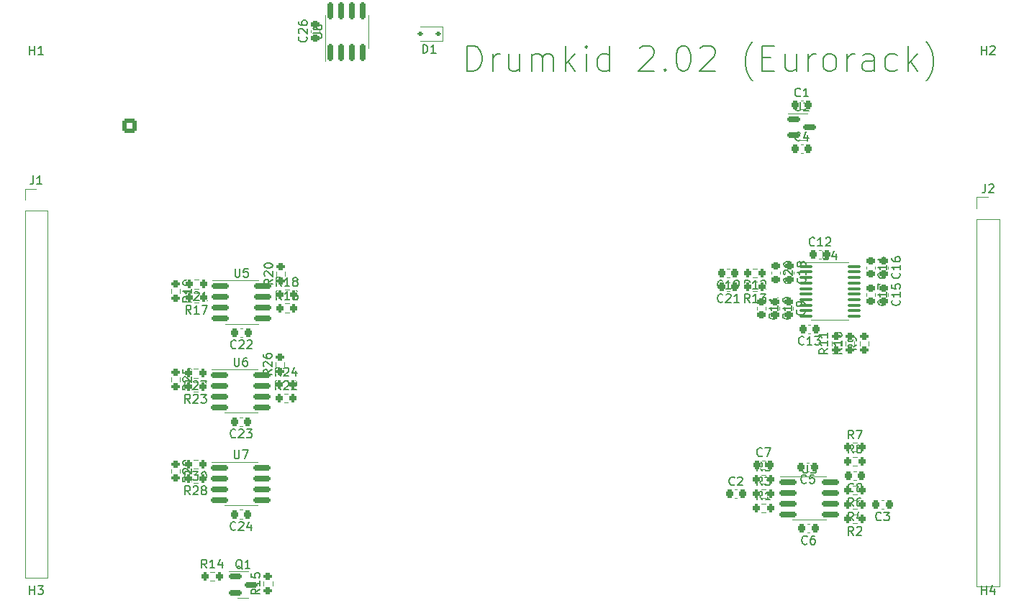
<source format=gbr>
%TF.GenerationSoftware,KiCad,Pcbnew,7.0.2*%
%TF.CreationDate,2023-08-30T16:48:59+01:00*%
%TF.ProjectId,dk2_02_bottom,646b325f-3032-45f6-926f-74746f6d2e6b,rev?*%
%TF.SameCoordinates,Original*%
%TF.FileFunction,Legend,Top*%
%TF.FilePolarity,Positive*%
%FSLAX46Y46*%
G04 Gerber Fmt 4.6, Leading zero omitted, Abs format (unit mm)*
G04 Created by KiCad (PCBNEW 7.0.2) date 2023-08-30 16:48:59*
%MOMM*%
%LPD*%
G01*
G04 APERTURE LIST*
G04 Aperture macros list*
%AMRoundRect*
0 Rectangle with rounded corners*
0 $1 Rounding radius*
0 $2 $3 $4 $5 $6 $7 $8 $9 X,Y pos of 4 corners*
0 Add a 4 corners polygon primitive as box body*
4,1,4,$2,$3,$4,$5,$6,$7,$8,$9,$2,$3,0*
0 Add four circle primitives for the rounded corners*
1,1,$1+$1,$2,$3*
1,1,$1+$1,$4,$5*
1,1,$1+$1,$6,$7*
1,1,$1+$1,$8,$9*
0 Add four rect primitives between the rounded corners*
20,1,$1+$1,$2,$3,$4,$5,0*
20,1,$1+$1,$4,$5,$6,$7,0*
20,1,$1+$1,$6,$7,$8,$9,0*
20,1,$1+$1,$8,$9,$2,$3,0*%
G04 Aperture macros list end*
%ADD10C,0.150000*%
%ADD11C,0.120000*%
%ADD12RoundRect,0.112500X0.187500X0.112500X-0.187500X0.112500X-0.187500X-0.112500X0.187500X-0.112500X0*%
%ADD13RoundRect,0.200000X0.275000X-0.200000X0.275000X0.200000X-0.275000X0.200000X-0.275000X-0.200000X0*%
%ADD14C,3.200000*%
%ADD15RoundRect,0.200000X-0.200000X-0.275000X0.200000X-0.275000X0.200000X0.275000X-0.200000X0.275000X0*%
%ADD16RoundRect,0.200000X0.200000X0.275000X-0.200000X0.275000X-0.200000X-0.275000X0.200000X-0.275000X0*%
%ADD17RoundRect,0.100000X-0.637500X-0.100000X0.637500X-0.100000X0.637500X0.100000X-0.637500X0.100000X0*%
%ADD18RoundRect,0.150000X0.150000X-0.825000X0.150000X0.825000X-0.150000X0.825000X-0.150000X-0.825000X0*%
%ADD19RoundRect,0.200000X-0.275000X0.200000X-0.275000X-0.200000X0.275000X-0.200000X0.275000X0.200000X0*%
%ADD20RoundRect,0.225000X0.225000X0.250000X-0.225000X0.250000X-0.225000X-0.250000X0.225000X-0.250000X0*%
%ADD21RoundRect,0.225000X-0.250000X0.225000X-0.250000X-0.225000X0.250000X-0.225000X0.250000X0.225000X0*%
%ADD22RoundRect,0.225000X-0.225000X-0.250000X0.225000X-0.250000X0.225000X0.250000X-0.225000X0.250000X0*%
%ADD23RoundRect,0.150000X-0.825000X-0.150000X0.825000X-0.150000X0.825000X0.150000X-0.825000X0.150000X0*%
%ADD24R,1.700000X1.700000*%
%ADD25O,1.700000X1.700000*%
%ADD26RoundRect,0.225000X0.250000X-0.225000X0.250000X0.225000X-0.250000X0.225000X-0.250000X-0.225000X0*%
%ADD27RoundRect,0.150000X-0.587500X-0.150000X0.587500X-0.150000X0.587500X0.150000X-0.587500X0.150000X0*%
%ADD28RoundRect,0.250000X-0.600000X-0.600000X0.600000X-0.600000X0.600000X0.600000X-0.600000X0.600000X0*%
%ADD29C,1.700000*%
%ADD30C,2.600000*%
%ADD31R,1.600000X1.600000*%
%ADD32C,1.600000*%
%ADD33R,2.000000X2.000000*%
%ADD34C,2.000000*%
%ADD35R,3.200000X3.200000*%
%ADD36O,3.200000X3.200000*%
%ADD37O,1.800000X1.800000*%
%ADD38O,1.500000X1.500000*%
G04 APERTURE END LIST*
D10*
X134714285Y-60632857D02*
X134714285Y-57632857D01*
X134714285Y-57632857D02*
X135428571Y-57632857D01*
X135428571Y-57632857D02*
X135857142Y-57775714D01*
X135857142Y-57775714D02*
X136142857Y-58061428D01*
X136142857Y-58061428D02*
X136285714Y-58347142D01*
X136285714Y-58347142D02*
X136428571Y-58918571D01*
X136428571Y-58918571D02*
X136428571Y-59347142D01*
X136428571Y-59347142D02*
X136285714Y-59918571D01*
X136285714Y-59918571D02*
X136142857Y-60204285D01*
X136142857Y-60204285D02*
X135857142Y-60490000D01*
X135857142Y-60490000D02*
X135428571Y-60632857D01*
X135428571Y-60632857D02*
X134714285Y-60632857D01*
X137714285Y-60632857D02*
X137714285Y-58632857D01*
X137714285Y-59204285D02*
X137857142Y-58918571D01*
X137857142Y-58918571D02*
X138000000Y-58775714D01*
X138000000Y-58775714D02*
X138285714Y-58632857D01*
X138285714Y-58632857D02*
X138571428Y-58632857D01*
X140857143Y-58632857D02*
X140857143Y-60632857D01*
X139571428Y-58632857D02*
X139571428Y-60204285D01*
X139571428Y-60204285D02*
X139714285Y-60490000D01*
X139714285Y-60490000D02*
X140000000Y-60632857D01*
X140000000Y-60632857D02*
X140428571Y-60632857D01*
X140428571Y-60632857D02*
X140714285Y-60490000D01*
X140714285Y-60490000D02*
X140857143Y-60347142D01*
X142285714Y-60632857D02*
X142285714Y-58632857D01*
X142285714Y-58918571D02*
X142428571Y-58775714D01*
X142428571Y-58775714D02*
X142714286Y-58632857D01*
X142714286Y-58632857D02*
X143142857Y-58632857D01*
X143142857Y-58632857D02*
X143428571Y-58775714D01*
X143428571Y-58775714D02*
X143571429Y-59061428D01*
X143571429Y-59061428D02*
X143571429Y-60632857D01*
X143571429Y-59061428D02*
X143714286Y-58775714D01*
X143714286Y-58775714D02*
X144000000Y-58632857D01*
X144000000Y-58632857D02*
X144428571Y-58632857D01*
X144428571Y-58632857D02*
X144714286Y-58775714D01*
X144714286Y-58775714D02*
X144857143Y-59061428D01*
X144857143Y-59061428D02*
X144857143Y-60632857D01*
X146285714Y-60632857D02*
X146285714Y-57632857D01*
X146571429Y-59490000D02*
X147428571Y-60632857D01*
X147428571Y-58632857D02*
X146285714Y-59775714D01*
X148714285Y-60632857D02*
X148714285Y-58632857D01*
X148714285Y-57632857D02*
X148571428Y-57775714D01*
X148571428Y-57775714D02*
X148714285Y-57918571D01*
X148714285Y-57918571D02*
X148857142Y-57775714D01*
X148857142Y-57775714D02*
X148714285Y-57632857D01*
X148714285Y-57632857D02*
X148714285Y-57918571D01*
X151428571Y-60632857D02*
X151428571Y-57632857D01*
X151428571Y-60490000D02*
X151142856Y-60632857D01*
X151142856Y-60632857D02*
X150571428Y-60632857D01*
X150571428Y-60632857D02*
X150285713Y-60490000D01*
X150285713Y-60490000D02*
X150142856Y-60347142D01*
X150142856Y-60347142D02*
X149999999Y-60061428D01*
X149999999Y-60061428D02*
X149999999Y-59204285D01*
X149999999Y-59204285D02*
X150142856Y-58918571D01*
X150142856Y-58918571D02*
X150285713Y-58775714D01*
X150285713Y-58775714D02*
X150571428Y-58632857D01*
X150571428Y-58632857D02*
X151142856Y-58632857D01*
X151142856Y-58632857D02*
X151428571Y-58775714D01*
X154999999Y-57918571D02*
X155142856Y-57775714D01*
X155142856Y-57775714D02*
X155428571Y-57632857D01*
X155428571Y-57632857D02*
X156142856Y-57632857D01*
X156142856Y-57632857D02*
X156428571Y-57775714D01*
X156428571Y-57775714D02*
X156571428Y-57918571D01*
X156571428Y-57918571D02*
X156714285Y-58204285D01*
X156714285Y-58204285D02*
X156714285Y-58490000D01*
X156714285Y-58490000D02*
X156571428Y-58918571D01*
X156571428Y-58918571D02*
X154857142Y-60632857D01*
X154857142Y-60632857D02*
X156714285Y-60632857D01*
X157999999Y-60347142D02*
X158142856Y-60490000D01*
X158142856Y-60490000D02*
X157999999Y-60632857D01*
X157999999Y-60632857D02*
X157857142Y-60490000D01*
X157857142Y-60490000D02*
X157999999Y-60347142D01*
X157999999Y-60347142D02*
X157999999Y-60632857D01*
X159999999Y-57632857D02*
X160285713Y-57632857D01*
X160285713Y-57632857D02*
X160571427Y-57775714D01*
X160571427Y-57775714D02*
X160714285Y-57918571D01*
X160714285Y-57918571D02*
X160857142Y-58204285D01*
X160857142Y-58204285D02*
X160999999Y-58775714D01*
X160999999Y-58775714D02*
X160999999Y-59490000D01*
X160999999Y-59490000D02*
X160857142Y-60061428D01*
X160857142Y-60061428D02*
X160714285Y-60347142D01*
X160714285Y-60347142D02*
X160571427Y-60490000D01*
X160571427Y-60490000D02*
X160285713Y-60632857D01*
X160285713Y-60632857D02*
X159999999Y-60632857D01*
X159999999Y-60632857D02*
X159714285Y-60490000D01*
X159714285Y-60490000D02*
X159571427Y-60347142D01*
X159571427Y-60347142D02*
X159428570Y-60061428D01*
X159428570Y-60061428D02*
X159285713Y-59490000D01*
X159285713Y-59490000D02*
X159285713Y-58775714D01*
X159285713Y-58775714D02*
X159428570Y-58204285D01*
X159428570Y-58204285D02*
X159571427Y-57918571D01*
X159571427Y-57918571D02*
X159714285Y-57775714D01*
X159714285Y-57775714D02*
X159999999Y-57632857D01*
X162142856Y-57918571D02*
X162285713Y-57775714D01*
X162285713Y-57775714D02*
X162571428Y-57632857D01*
X162571428Y-57632857D02*
X163285713Y-57632857D01*
X163285713Y-57632857D02*
X163571428Y-57775714D01*
X163571428Y-57775714D02*
X163714285Y-57918571D01*
X163714285Y-57918571D02*
X163857142Y-58204285D01*
X163857142Y-58204285D02*
X163857142Y-58490000D01*
X163857142Y-58490000D02*
X163714285Y-58918571D01*
X163714285Y-58918571D02*
X161999999Y-60632857D01*
X161999999Y-60632857D02*
X163857142Y-60632857D01*
X168285713Y-61775714D02*
X168142856Y-61632857D01*
X168142856Y-61632857D02*
X167857142Y-61204285D01*
X167857142Y-61204285D02*
X167714285Y-60918571D01*
X167714285Y-60918571D02*
X167571427Y-60490000D01*
X167571427Y-60490000D02*
X167428570Y-59775714D01*
X167428570Y-59775714D02*
X167428570Y-59204285D01*
X167428570Y-59204285D02*
X167571427Y-58490000D01*
X167571427Y-58490000D02*
X167714285Y-58061428D01*
X167714285Y-58061428D02*
X167857142Y-57775714D01*
X167857142Y-57775714D02*
X168142856Y-57347142D01*
X168142856Y-57347142D02*
X168285713Y-57204285D01*
X169428570Y-59061428D02*
X170428570Y-59061428D01*
X170857142Y-60632857D02*
X169428570Y-60632857D01*
X169428570Y-60632857D02*
X169428570Y-57632857D01*
X169428570Y-57632857D02*
X170857142Y-57632857D01*
X173428571Y-58632857D02*
X173428571Y-60632857D01*
X172142856Y-58632857D02*
X172142856Y-60204285D01*
X172142856Y-60204285D02*
X172285713Y-60490000D01*
X172285713Y-60490000D02*
X172571428Y-60632857D01*
X172571428Y-60632857D02*
X172999999Y-60632857D01*
X172999999Y-60632857D02*
X173285713Y-60490000D01*
X173285713Y-60490000D02*
X173428571Y-60347142D01*
X174857142Y-60632857D02*
X174857142Y-58632857D01*
X174857142Y-59204285D02*
X174999999Y-58918571D01*
X174999999Y-58918571D02*
X175142857Y-58775714D01*
X175142857Y-58775714D02*
X175428571Y-58632857D01*
X175428571Y-58632857D02*
X175714285Y-58632857D01*
X177142857Y-60632857D02*
X176857142Y-60490000D01*
X176857142Y-60490000D02*
X176714285Y-60347142D01*
X176714285Y-60347142D02*
X176571428Y-60061428D01*
X176571428Y-60061428D02*
X176571428Y-59204285D01*
X176571428Y-59204285D02*
X176714285Y-58918571D01*
X176714285Y-58918571D02*
X176857142Y-58775714D01*
X176857142Y-58775714D02*
X177142857Y-58632857D01*
X177142857Y-58632857D02*
X177571428Y-58632857D01*
X177571428Y-58632857D02*
X177857142Y-58775714D01*
X177857142Y-58775714D02*
X178000000Y-58918571D01*
X178000000Y-58918571D02*
X178142857Y-59204285D01*
X178142857Y-59204285D02*
X178142857Y-60061428D01*
X178142857Y-60061428D02*
X178000000Y-60347142D01*
X178000000Y-60347142D02*
X177857142Y-60490000D01*
X177857142Y-60490000D02*
X177571428Y-60632857D01*
X177571428Y-60632857D02*
X177142857Y-60632857D01*
X179428571Y-60632857D02*
X179428571Y-58632857D01*
X179428571Y-59204285D02*
X179571428Y-58918571D01*
X179571428Y-58918571D02*
X179714286Y-58775714D01*
X179714286Y-58775714D02*
X180000000Y-58632857D01*
X180000000Y-58632857D02*
X180285714Y-58632857D01*
X182571429Y-60632857D02*
X182571429Y-59061428D01*
X182571429Y-59061428D02*
X182428571Y-58775714D01*
X182428571Y-58775714D02*
X182142857Y-58632857D01*
X182142857Y-58632857D02*
X181571429Y-58632857D01*
X181571429Y-58632857D02*
X181285714Y-58775714D01*
X182571429Y-60490000D02*
X182285714Y-60632857D01*
X182285714Y-60632857D02*
X181571429Y-60632857D01*
X181571429Y-60632857D02*
X181285714Y-60490000D01*
X181285714Y-60490000D02*
X181142857Y-60204285D01*
X181142857Y-60204285D02*
X181142857Y-59918571D01*
X181142857Y-59918571D02*
X181285714Y-59632857D01*
X181285714Y-59632857D02*
X181571429Y-59490000D01*
X181571429Y-59490000D02*
X182285714Y-59490000D01*
X182285714Y-59490000D02*
X182571429Y-59347142D01*
X185285715Y-60490000D02*
X185000000Y-60632857D01*
X185000000Y-60632857D02*
X184428572Y-60632857D01*
X184428572Y-60632857D02*
X184142857Y-60490000D01*
X184142857Y-60490000D02*
X184000000Y-60347142D01*
X184000000Y-60347142D02*
X183857143Y-60061428D01*
X183857143Y-60061428D02*
X183857143Y-59204285D01*
X183857143Y-59204285D02*
X184000000Y-58918571D01*
X184000000Y-58918571D02*
X184142857Y-58775714D01*
X184142857Y-58775714D02*
X184428572Y-58632857D01*
X184428572Y-58632857D02*
X185000000Y-58632857D01*
X185000000Y-58632857D02*
X185285715Y-58775714D01*
X186571429Y-60632857D02*
X186571429Y-57632857D01*
X186857144Y-59490000D02*
X187714286Y-60632857D01*
X187714286Y-58632857D02*
X186571429Y-59775714D01*
X188714286Y-61775714D02*
X188857143Y-61632857D01*
X188857143Y-61632857D02*
X189142857Y-61204285D01*
X189142857Y-61204285D02*
X189285715Y-60918571D01*
X189285715Y-60918571D02*
X189428572Y-60490000D01*
X189428572Y-60490000D02*
X189571429Y-59775714D01*
X189571429Y-59775714D02*
X189571429Y-59204285D01*
X189571429Y-59204285D02*
X189428572Y-58490000D01*
X189428572Y-58490000D02*
X189285715Y-58061428D01*
X189285715Y-58061428D02*
X189142857Y-57775714D01*
X189142857Y-57775714D02*
X188857143Y-57347142D01*
X188857143Y-57347142D02*
X188714286Y-57204285D01*
%TO.C,D1*%
X129494228Y-58512619D02*
X129494228Y-57512619D01*
X129494228Y-57512619D02*
X129732323Y-57512619D01*
X129732323Y-57512619D02*
X129875180Y-57560238D01*
X129875180Y-57560238D02*
X129970418Y-57655476D01*
X129970418Y-57655476D02*
X130018037Y-57750714D01*
X130018037Y-57750714D02*
X130065656Y-57941190D01*
X130065656Y-57941190D02*
X130065656Y-58084047D01*
X130065656Y-58084047D02*
X130018037Y-58274523D01*
X130018037Y-58274523D02*
X129970418Y-58369761D01*
X129970418Y-58369761D02*
X129875180Y-58465000D01*
X129875180Y-58465000D02*
X129732323Y-58512619D01*
X129732323Y-58512619D02*
X129494228Y-58512619D01*
X131018037Y-58512619D02*
X130446609Y-58512619D01*
X130732323Y-58512619D02*
X130732323Y-57512619D01*
X130732323Y-57512619D02*
X130637085Y-57655476D01*
X130637085Y-57655476D02*
X130541847Y-57750714D01*
X130541847Y-57750714D02*
X130446609Y-57798333D01*
%TO.C,R11*%
X177132619Y-93342857D02*
X176656428Y-93676190D01*
X177132619Y-93914285D02*
X176132619Y-93914285D01*
X176132619Y-93914285D02*
X176132619Y-93533333D01*
X176132619Y-93533333D02*
X176180238Y-93438095D01*
X176180238Y-93438095D02*
X176227857Y-93390476D01*
X176227857Y-93390476D02*
X176323095Y-93342857D01*
X176323095Y-93342857D02*
X176465952Y-93342857D01*
X176465952Y-93342857D02*
X176561190Y-93390476D01*
X176561190Y-93390476D02*
X176608809Y-93438095D01*
X176608809Y-93438095D02*
X176656428Y-93533333D01*
X176656428Y-93533333D02*
X176656428Y-93914285D01*
X177132619Y-92390476D02*
X177132619Y-92961904D01*
X177132619Y-92676190D02*
X176132619Y-92676190D01*
X176132619Y-92676190D02*
X176275476Y-92771428D01*
X176275476Y-92771428D02*
X176370714Y-92866666D01*
X176370714Y-92866666D02*
X176418333Y-92961904D01*
X177132619Y-91438095D02*
X177132619Y-92009523D01*
X177132619Y-91723809D02*
X176132619Y-91723809D01*
X176132619Y-91723809D02*
X176275476Y-91819047D01*
X176275476Y-91819047D02*
X176370714Y-91914285D01*
X176370714Y-91914285D02*
X176418333Y-92009523D01*
%TO.C,H4*%
X195238095Y-122262619D02*
X195238095Y-121262619D01*
X195238095Y-121738809D02*
X195809523Y-121738809D01*
X195809523Y-122262619D02*
X195809523Y-121262619D01*
X196714285Y-121595952D02*
X196714285Y-122262619D01*
X196476190Y-121215000D02*
X196238095Y-121929285D01*
X196238095Y-121929285D02*
X196857142Y-121929285D01*
%TO.C,R8*%
X180158333Y-105632619D02*
X179825000Y-105156428D01*
X179586905Y-105632619D02*
X179586905Y-104632619D01*
X179586905Y-104632619D02*
X179967857Y-104632619D01*
X179967857Y-104632619D02*
X180063095Y-104680238D01*
X180063095Y-104680238D02*
X180110714Y-104727857D01*
X180110714Y-104727857D02*
X180158333Y-104823095D01*
X180158333Y-104823095D02*
X180158333Y-104965952D01*
X180158333Y-104965952D02*
X180110714Y-105061190D01*
X180110714Y-105061190D02*
X180063095Y-105108809D01*
X180063095Y-105108809D02*
X179967857Y-105156428D01*
X179967857Y-105156428D02*
X179586905Y-105156428D01*
X180729762Y-105061190D02*
X180634524Y-105013571D01*
X180634524Y-105013571D02*
X180586905Y-104965952D01*
X180586905Y-104965952D02*
X180539286Y-104870714D01*
X180539286Y-104870714D02*
X180539286Y-104823095D01*
X180539286Y-104823095D02*
X180586905Y-104727857D01*
X180586905Y-104727857D02*
X180634524Y-104680238D01*
X180634524Y-104680238D02*
X180729762Y-104632619D01*
X180729762Y-104632619D02*
X180920238Y-104632619D01*
X180920238Y-104632619D02*
X181015476Y-104680238D01*
X181015476Y-104680238D02*
X181063095Y-104727857D01*
X181063095Y-104727857D02*
X181110714Y-104823095D01*
X181110714Y-104823095D02*
X181110714Y-104870714D01*
X181110714Y-104870714D02*
X181063095Y-104965952D01*
X181063095Y-104965952D02*
X181015476Y-105013571D01*
X181015476Y-105013571D02*
X180920238Y-105061190D01*
X180920238Y-105061190D02*
X180729762Y-105061190D01*
X180729762Y-105061190D02*
X180634524Y-105108809D01*
X180634524Y-105108809D02*
X180586905Y-105156428D01*
X180586905Y-105156428D02*
X180539286Y-105251666D01*
X180539286Y-105251666D02*
X180539286Y-105442142D01*
X180539286Y-105442142D02*
X180586905Y-105537380D01*
X180586905Y-105537380D02*
X180634524Y-105585000D01*
X180634524Y-105585000D02*
X180729762Y-105632619D01*
X180729762Y-105632619D02*
X180920238Y-105632619D01*
X180920238Y-105632619D02*
X181015476Y-105585000D01*
X181015476Y-105585000D02*
X181063095Y-105537380D01*
X181063095Y-105537380D02*
X181110714Y-105442142D01*
X181110714Y-105442142D02*
X181110714Y-105251666D01*
X181110714Y-105251666D02*
X181063095Y-105156428D01*
X181063095Y-105156428D02*
X181015476Y-105108809D01*
X181015476Y-105108809D02*
X180920238Y-105061190D01*
%TO.C,R2*%
X180158333Y-115292619D02*
X179825000Y-114816428D01*
X179586905Y-115292619D02*
X179586905Y-114292619D01*
X179586905Y-114292619D02*
X179967857Y-114292619D01*
X179967857Y-114292619D02*
X180063095Y-114340238D01*
X180063095Y-114340238D02*
X180110714Y-114387857D01*
X180110714Y-114387857D02*
X180158333Y-114483095D01*
X180158333Y-114483095D02*
X180158333Y-114625952D01*
X180158333Y-114625952D02*
X180110714Y-114721190D01*
X180110714Y-114721190D02*
X180063095Y-114768809D01*
X180063095Y-114768809D02*
X179967857Y-114816428D01*
X179967857Y-114816428D02*
X179586905Y-114816428D01*
X180539286Y-114387857D02*
X180586905Y-114340238D01*
X180586905Y-114340238D02*
X180682143Y-114292619D01*
X180682143Y-114292619D02*
X180920238Y-114292619D01*
X180920238Y-114292619D02*
X181015476Y-114340238D01*
X181015476Y-114340238D02*
X181063095Y-114387857D01*
X181063095Y-114387857D02*
X181110714Y-114483095D01*
X181110714Y-114483095D02*
X181110714Y-114578333D01*
X181110714Y-114578333D02*
X181063095Y-114721190D01*
X181063095Y-114721190D02*
X180491667Y-115292619D01*
X180491667Y-115292619D02*
X181110714Y-115292619D01*
%TO.C,U4*%
X176625595Y-81837619D02*
X176625595Y-82647142D01*
X176625595Y-82647142D02*
X176673214Y-82742380D01*
X176673214Y-82742380D02*
X176720833Y-82790000D01*
X176720833Y-82790000D02*
X176816071Y-82837619D01*
X176816071Y-82837619D02*
X177006547Y-82837619D01*
X177006547Y-82837619D02*
X177101785Y-82790000D01*
X177101785Y-82790000D02*
X177149404Y-82742380D01*
X177149404Y-82742380D02*
X177197023Y-82647142D01*
X177197023Y-82647142D02*
X177197023Y-81837619D01*
X178101785Y-82170952D02*
X178101785Y-82837619D01*
X177863690Y-81790000D02*
X177625595Y-82504285D01*
X177625595Y-82504285D02*
X178244642Y-82504285D01*
%TO.C,U8*%
X116594942Y-56761904D02*
X117404465Y-56761904D01*
X117404465Y-56761904D02*
X117499703Y-56714285D01*
X117499703Y-56714285D02*
X117547323Y-56666666D01*
X117547323Y-56666666D02*
X117594942Y-56571428D01*
X117594942Y-56571428D02*
X117594942Y-56380952D01*
X117594942Y-56380952D02*
X117547323Y-56285714D01*
X117547323Y-56285714D02*
X117499703Y-56238095D01*
X117499703Y-56238095D02*
X117404465Y-56190476D01*
X117404465Y-56190476D02*
X116594942Y-56190476D01*
X117023513Y-55571428D02*
X116975894Y-55666666D01*
X116975894Y-55666666D02*
X116928275Y-55714285D01*
X116928275Y-55714285D02*
X116833037Y-55761904D01*
X116833037Y-55761904D02*
X116785418Y-55761904D01*
X116785418Y-55761904D02*
X116690180Y-55714285D01*
X116690180Y-55714285D02*
X116642561Y-55666666D01*
X116642561Y-55666666D02*
X116594942Y-55571428D01*
X116594942Y-55571428D02*
X116594942Y-55380952D01*
X116594942Y-55380952D02*
X116642561Y-55285714D01*
X116642561Y-55285714D02*
X116690180Y-55238095D01*
X116690180Y-55238095D02*
X116785418Y-55190476D01*
X116785418Y-55190476D02*
X116833037Y-55190476D01*
X116833037Y-55190476D02*
X116928275Y-55238095D01*
X116928275Y-55238095D02*
X116975894Y-55285714D01*
X116975894Y-55285714D02*
X117023513Y-55380952D01*
X117023513Y-55380952D02*
X117023513Y-55571428D01*
X117023513Y-55571428D02*
X117071132Y-55666666D01*
X117071132Y-55666666D02*
X117118751Y-55714285D01*
X117118751Y-55714285D02*
X117213989Y-55761904D01*
X117213989Y-55761904D02*
X117404465Y-55761904D01*
X117404465Y-55761904D02*
X117499703Y-55714285D01*
X117499703Y-55714285D02*
X117547323Y-55666666D01*
X117547323Y-55666666D02*
X117594942Y-55571428D01*
X117594942Y-55571428D02*
X117594942Y-55380952D01*
X117594942Y-55380952D02*
X117547323Y-55285714D01*
X117547323Y-55285714D02*
X117499703Y-55238095D01*
X117499703Y-55238095D02*
X117404465Y-55190476D01*
X117404465Y-55190476D02*
X117213989Y-55190476D01*
X117213989Y-55190476D02*
X117118751Y-55238095D01*
X117118751Y-55238095D02*
X117071132Y-55285714D01*
X117071132Y-55285714D02*
X117023513Y-55380952D01*
%TO.C,R14*%
X104057142Y-119167619D02*
X103723809Y-118691428D01*
X103485714Y-119167619D02*
X103485714Y-118167619D01*
X103485714Y-118167619D02*
X103866666Y-118167619D01*
X103866666Y-118167619D02*
X103961904Y-118215238D01*
X103961904Y-118215238D02*
X104009523Y-118262857D01*
X104009523Y-118262857D02*
X104057142Y-118358095D01*
X104057142Y-118358095D02*
X104057142Y-118500952D01*
X104057142Y-118500952D02*
X104009523Y-118596190D01*
X104009523Y-118596190D02*
X103961904Y-118643809D01*
X103961904Y-118643809D02*
X103866666Y-118691428D01*
X103866666Y-118691428D02*
X103485714Y-118691428D01*
X105009523Y-119167619D02*
X104438095Y-119167619D01*
X104723809Y-119167619D02*
X104723809Y-118167619D01*
X104723809Y-118167619D02*
X104628571Y-118310476D01*
X104628571Y-118310476D02*
X104533333Y-118405714D01*
X104533333Y-118405714D02*
X104438095Y-118453333D01*
X105866666Y-118500952D02*
X105866666Y-119167619D01*
X105628571Y-118120000D02*
X105390476Y-118834285D01*
X105390476Y-118834285D02*
X106009523Y-118834285D01*
%TO.C,R10*%
X178782619Y-93342857D02*
X178306428Y-93676190D01*
X178782619Y-93914285D02*
X177782619Y-93914285D01*
X177782619Y-93914285D02*
X177782619Y-93533333D01*
X177782619Y-93533333D02*
X177830238Y-93438095D01*
X177830238Y-93438095D02*
X177877857Y-93390476D01*
X177877857Y-93390476D02*
X177973095Y-93342857D01*
X177973095Y-93342857D02*
X178115952Y-93342857D01*
X178115952Y-93342857D02*
X178211190Y-93390476D01*
X178211190Y-93390476D02*
X178258809Y-93438095D01*
X178258809Y-93438095D02*
X178306428Y-93533333D01*
X178306428Y-93533333D02*
X178306428Y-93914285D01*
X178782619Y-92390476D02*
X178782619Y-92961904D01*
X178782619Y-92676190D02*
X177782619Y-92676190D01*
X177782619Y-92676190D02*
X177925476Y-92771428D01*
X177925476Y-92771428D02*
X178020714Y-92866666D01*
X178020714Y-92866666D02*
X178068333Y-92961904D01*
X177782619Y-91771428D02*
X177782619Y-91676190D01*
X177782619Y-91676190D02*
X177830238Y-91580952D01*
X177830238Y-91580952D02*
X177877857Y-91533333D01*
X177877857Y-91533333D02*
X177973095Y-91485714D01*
X177973095Y-91485714D02*
X178163571Y-91438095D01*
X178163571Y-91438095D02*
X178401666Y-91438095D01*
X178401666Y-91438095D02*
X178592142Y-91485714D01*
X178592142Y-91485714D02*
X178687380Y-91533333D01*
X178687380Y-91533333D02*
X178735000Y-91580952D01*
X178735000Y-91580952D02*
X178782619Y-91676190D01*
X178782619Y-91676190D02*
X178782619Y-91771428D01*
X178782619Y-91771428D02*
X178735000Y-91866666D01*
X178735000Y-91866666D02*
X178687380Y-91914285D01*
X178687380Y-91914285D02*
X178592142Y-91961904D01*
X178592142Y-91961904D02*
X178401666Y-92009523D01*
X178401666Y-92009523D02*
X178163571Y-92009523D01*
X178163571Y-92009523D02*
X177973095Y-91961904D01*
X177973095Y-91961904D02*
X177877857Y-91914285D01*
X177877857Y-91914285D02*
X177830238Y-91866666D01*
X177830238Y-91866666D02*
X177782619Y-91771428D01*
%TO.C,R19*%
X102267619Y-87202857D02*
X101791428Y-87536190D01*
X102267619Y-87774285D02*
X101267619Y-87774285D01*
X101267619Y-87774285D02*
X101267619Y-87393333D01*
X101267619Y-87393333D02*
X101315238Y-87298095D01*
X101315238Y-87298095D02*
X101362857Y-87250476D01*
X101362857Y-87250476D02*
X101458095Y-87202857D01*
X101458095Y-87202857D02*
X101600952Y-87202857D01*
X101600952Y-87202857D02*
X101696190Y-87250476D01*
X101696190Y-87250476D02*
X101743809Y-87298095D01*
X101743809Y-87298095D02*
X101791428Y-87393333D01*
X101791428Y-87393333D02*
X101791428Y-87774285D01*
X102267619Y-86250476D02*
X102267619Y-86821904D01*
X102267619Y-86536190D02*
X101267619Y-86536190D01*
X101267619Y-86536190D02*
X101410476Y-86631428D01*
X101410476Y-86631428D02*
X101505714Y-86726666D01*
X101505714Y-86726666D02*
X101553333Y-86821904D01*
X102267619Y-85774285D02*
X102267619Y-85583809D01*
X102267619Y-85583809D02*
X102220000Y-85488571D01*
X102220000Y-85488571D02*
X102172380Y-85440952D01*
X102172380Y-85440952D02*
X102029523Y-85345714D01*
X102029523Y-85345714D02*
X101839047Y-85298095D01*
X101839047Y-85298095D02*
X101458095Y-85298095D01*
X101458095Y-85298095D02*
X101362857Y-85345714D01*
X101362857Y-85345714D02*
X101315238Y-85393333D01*
X101315238Y-85393333D02*
X101267619Y-85488571D01*
X101267619Y-85488571D02*
X101267619Y-85679047D01*
X101267619Y-85679047D02*
X101315238Y-85774285D01*
X101315238Y-85774285D02*
X101362857Y-85821904D01*
X101362857Y-85821904D02*
X101458095Y-85869523D01*
X101458095Y-85869523D02*
X101696190Y-85869523D01*
X101696190Y-85869523D02*
X101791428Y-85821904D01*
X101791428Y-85821904D02*
X101839047Y-85774285D01*
X101839047Y-85774285D02*
X101886666Y-85679047D01*
X101886666Y-85679047D02*
X101886666Y-85488571D01*
X101886666Y-85488571D02*
X101839047Y-85393333D01*
X101839047Y-85393333D02*
X101791428Y-85345714D01*
X101791428Y-85345714D02*
X101696190Y-85298095D01*
%TO.C,C3*%
X183408333Y-113497380D02*
X183360714Y-113545000D01*
X183360714Y-113545000D02*
X183217857Y-113592619D01*
X183217857Y-113592619D02*
X183122619Y-113592619D01*
X183122619Y-113592619D02*
X182979762Y-113545000D01*
X182979762Y-113545000D02*
X182884524Y-113449761D01*
X182884524Y-113449761D02*
X182836905Y-113354523D01*
X182836905Y-113354523D02*
X182789286Y-113164047D01*
X182789286Y-113164047D02*
X182789286Y-113021190D01*
X182789286Y-113021190D02*
X182836905Y-112830714D01*
X182836905Y-112830714D02*
X182884524Y-112735476D01*
X182884524Y-112735476D02*
X182979762Y-112640238D01*
X182979762Y-112640238D02*
X183122619Y-112592619D01*
X183122619Y-112592619D02*
X183217857Y-112592619D01*
X183217857Y-112592619D02*
X183360714Y-112640238D01*
X183360714Y-112640238D02*
X183408333Y-112687857D01*
X183741667Y-112592619D02*
X184360714Y-112592619D01*
X184360714Y-112592619D02*
X184027381Y-112973571D01*
X184027381Y-112973571D02*
X184170238Y-112973571D01*
X184170238Y-112973571D02*
X184265476Y-113021190D01*
X184265476Y-113021190D02*
X184313095Y-113068809D01*
X184313095Y-113068809D02*
X184360714Y-113164047D01*
X184360714Y-113164047D02*
X184360714Y-113402142D01*
X184360714Y-113402142D02*
X184313095Y-113497380D01*
X184313095Y-113497380D02*
X184265476Y-113545000D01*
X184265476Y-113545000D02*
X184170238Y-113592619D01*
X184170238Y-113592619D02*
X183884524Y-113592619D01*
X183884524Y-113592619D02*
X183789286Y-113545000D01*
X183789286Y-113545000D02*
X183741667Y-113497380D01*
%TO.C,C20*%
X172847380Y-85017857D02*
X172895000Y-85065476D01*
X172895000Y-85065476D02*
X172942619Y-85208333D01*
X172942619Y-85208333D02*
X172942619Y-85303571D01*
X172942619Y-85303571D02*
X172895000Y-85446428D01*
X172895000Y-85446428D02*
X172799761Y-85541666D01*
X172799761Y-85541666D02*
X172704523Y-85589285D01*
X172704523Y-85589285D02*
X172514047Y-85636904D01*
X172514047Y-85636904D02*
X172371190Y-85636904D01*
X172371190Y-85636904D02*
X172180714Y-85589285D01*
X172180714Y-85589285D02*
X172085476Y-85541666D01*
X172085476Y-85541666D02*
X171990238Y-85446428D01*
X171990238Y-85446428D02*
X171942619Y-85303571D01*
X171942619Y-85303571D02*
X171942619Y-85208333D01*
X171942619Y-85208333D02*
X171990238Y-85065476D01*
X171990238Y-85065476D02*
X172037857Y-85017857D01*
X172037857Y-84636904D02*
X171990238Y-84589285D01*
X171990238Y-84589285D02*
X171942619Y-84494047D01*
X171942619Y-84494047D02*
X171942619Y-84255952D01*
X171942619Y-84255952D02*
X171990238Y-84160714D01*
X171990238Y-84160714D02*
X172037857Y-84113095D01*
X172037857Y-84113095D02*
X172133095Y-84065476D01*
X172133095Y-84065476D02*
X172228333Y-84065476D01*
X172228333Y-84065476D02*
X172371190Y-84113095D01*
X172371190Y-84113095D02*
X172942619Y-84684523D01*
X172942619Y-84684523D02*
X172942619Y-84065476D01*
X171942619Y-83446428D02*
X171942619Y-83351190D01*
X171942619Y-83351190D02*
X171990238Y-83255952D01*
X171990238Y-83255952D02*
X172037857Y-83208333D01*
X172037857Y-83208333D02*
X172133095Y-83160714D01*
X172133095Y-83160714D02*
X172323571Y-83113095D01*
X172323571Y-83113095D02*
X172561666Y-83113095D01*
X172561666Y-83113095D02*
X172752142Y-83160714D01*
X172752142Y-83160714D02*
X172847380Y-83208333D01*
X172847380Y-83208333D02*
X172895000Y-83255952D01*
X172895000Y-83255952D02*
X172942619Y-83351190D01*
X172942619Y-83351190D02*
X172942619Y-83446428D01*
X172942619Y-83446428D02*
X172895000Y-83541666D01*
X172895000Y-83541666D02*
X172847380Y-83589285D01*
X172847380Y-83589285D02*
X172752142Y-83636904D01*
X172752142Y-83636904D02*
X172561666Y-83684523D01*
X172561666Y-83684523D02*
X172323571Y-83684523D01*
X172323571Y-83684523D02*
X172133095Y-83636904D01*
X172133095Y-83636904D02*
X172037857Y-83589285D01*
X172037857Y-83589285D02*
X171990238Y-83541666D01*
X171990238Y-83541666D02*
X171942619Y-83446428D01*
%TO.C,C16*%
X185547380Y-84417857D02*
X185595000Y-84465476D01*
X185595000Y-84465476D02*
X185642619Y-84608333D01*
X185642619Y-84608333D02*
X185642619Y-84703571D01*
X185642619Y-84703571D02*
X185595000Y-84846428D01*
X185595000Y-84846428D02*
X185499761Y-84941666D01*
X185499761Y-84941666D02*
X185404523Y-84989285D01*
X185404523Y-84989285D02*
X185214047Y-85036904D01*
X185214047Y-85036904D02*
X185071190Y-85036904D01*
X185071190Y-85036904D02*
X184880714Y-84989285D01*
X184880714Y-84989285D02*
X184785476Y-84941666D01*
X184785476Y-84941666D02*
X184690238Y-84846428D01*
X184690238Y-84846428D02*
X184642619Y-84703571D01*
X184642619Y-84703571D02*
X184642619Y-84608333D01*
X184642619Y-84608333D02*
X184690238Y-84465476D01*
X184690238Y-84465476D02*
X184737857Y-84417857D01*
X185642619Y-83465476D02*
X185642619Y-84036904D01*
X185642619Y-83751190D02*
X184642619Y-83751190D01*
X184642619Y-83751190D02*
X184785476Y-83846428D01*
X184785476Y-83846428D02*
X184880714Y-83941666D01*
X184880714Y-83941666D02*
X184928333Y-84036904D01*
X184642619Y-82608333D02*
X184642619Y-82798809D01*
X184642619Y-82798809D02*
X184690238Y-82894047D01*
X184690238Y-82894047D02*
X184737857Y-82941666D01*
X184737857Y-82941666D02*
X184880714Y-83036904D01*
X184880714Y-83036904D02*
X185071190Y-83084523D01*
X185071190Y-83084523D02*
X185452142Y-83084523D01*
X185452142Y-83084523D02*
X185547380Y-83036904D01*
X185547380Y-83036904D02*
X185595000Y-82989285D01*
X185595000Y-82989285D02*
X185642619Y-82894047D01*
X185642619Y-82894047D02*
X185642619Y-82703571D01*
X185642619Y-82703571D02*
X185595000Y-82608333D01*
X185595000Y-82608333D02*
X185547380Y-82560714D01*
X185547380Y-82560714D02*
X185452142Y-82513095D01*
X185452142Y-82513095D02*
X185214047Y-82513095D01*
X185214047Y-82513095D02*
X185118809Y-82560714D01*
X185118809Y-82560714D02*
X185071190Y-82608333D01*
X185071190Y-82608333D02*
X185023571Y-82703571D01*
X185023571Y-82703571D02*
X185023571Y-82894047D01*
X185023571Y-82894047D02*
X185071190Y-82989285D01*
X185071190Y-82989285D02*
X185118809Y-83036904D01*
X185118809Y-83036904D02*
X185214047Y-83084523D01*
%TO.C,C4*%
X173908333Y-68737380D02*
X173860714Y-68785000D01*
X173860714Y-68785000D02*
X173717857Y-68832619D01*
X173717857Y-68832619D02*
X173622619Y-68832619D01*
X173622619Y-68832619D02*
X173479762Y-68785000D01*
X173479762Y-68785000D02*
X173384524Y-68689761D01*
X173384524Y-68689761D02*
X173336905Y-68594523D01*
X173336905Y-68594523D02*
X173289286Y-68404047D01*
X173289286Y-68404047D02*
X173289286Y-68261190D01*
X173289286Y-68261190D02*
X173336905Y-68070714D01*
X173336905Y-68070714D02*
X173384524Y-67975476D01*
X173384524Y-67975476D02*
X173479762Y-67880238D01*
X173479762Y-67880238D02*
X173622619Y-67832619D01*
X173622619Y-67832619D02*
X173717857Y-67832619D01*
X173717857Y-67832619D02*
X173860714Y-67880238D01*
X173860714Y-67880238D02*
X173908333Y-67927857D01*
X174765476Y-68165952D02*
X174765476Y-68832619D01*
X174527381Y-67785000D02*
X174289286Y-68499285D01*
X174289286Y-68499285D02*
X174908333Y-68499285D01*
%TO.C,C1*%
X173908333Y-63537380D02*
X173860714Y-63585000D01*
X173860714Y-63585000D02*
X173717857Y-63632619D01*
X173717857Y-63632619D02*
X173622619Y-63632619D01*
X173622619Y-63632619D02*
X173479762Y-63585000D01*
X173479762Y-63585000D02*
X173384524Y-63489761D01*
X173384524Y-63489761D02*
X173336905Y-63394523D01*
X173336905Y-63394523D02*
X173289286Y-63204047D01*
X173289286Y-63204047D02*
X173289286Y-63061190D01*
X173289286Y-63061190D02*
X173336905Y-62870714D01*
X173336905Y-62870714D02*
X173384524Y-62775476D01*
X173384524Y-62775476D02*
X173479762Y-62680238D01*
X173479762Y-62680238D02*
X173622619Y-62632619D01*
X173622619Y-62632619D02*
X173717857Y-62632619D01*
X173717857Y-62632619D02*
X173860714Y-62680238D01*
X173860714Y-62680238D02*
X173908333Y-62727857D01*
X174860714Y-63632619D02*
X174289286Y-63632619D01*
X174575000Y-63632619D02*
X174575000Y-62632619D01*
X174575000Y-62632619D02*
X174479762Y-62775476D01*
X174479762Y-62775476D02*
X174384524Y-62870714D01*
X174384524Y-62870714D02*
X174289286Y-62918333D01*
%TO.C,U3*%
X174188095Y-106997619D02*
X174188095Y-107807142D01*
X174188095Y-107807142D02*
X174235714Y-107902380D01*
X174235714Y-107902380D02*
X174283333Y-107950000D01*
X174283333Y-107950000D02*
X174378571Y-107997619D01*
X174378571Y-107997619D02*
X174569047Y-107997619D01*
X174569047Y-107997619D02*
X174664285Y-107950000D01*
X174664285Y-107950000D02*
X174711904Y-107902380D01*
X174711904Y-107902380D02*
X174759523Y-107807142D01*
X174759523Y-107807142D02*
X174759523Y-106997619D01*
X175140476Y-106997619D02*
X175759523Y-106997619D01*
X175759523Y-106997619D02*
X175426190Y-107378571D01*
X175426190Y-107378571D02*
X175569047Y-107378571D01*
X175569047Y-107378571D02*
X175664285Y-107426190D01*
X175664285Y-107426190D02*
X175711904Y-107473809D01*
X175711904Y-107473809D02*
X175759523Y-107569047D01*
X175759523Y-107569047D02*
X175759523Y-107807142D01*
X175759523Y-107807142D02*
X175711904Y-107902380D01*
X175711904Y-107902380D02*
X175664285Y-107950000D01*
X175664285Y-107950000D02*
X175569047Y-107997619D01*
X175569047Y-107997619D02*
X175283333Y-107997619D01*
X175283333Y-107997619D02*
X175188095Y-107950000D01*
X175188095Y-107950000D02*
X175140476Y-107902380D01*
%TO.C,C2*%
X166158333Y-109337380D02*
X166110714Y-109385000D01*
X166110714Y-109385000D02*
X165967857Y-109432619D01*
X165967857Y-109432619D02*
X165872619Y-109432619D01*
X165872619Y-109432619D02*
X165729762Y-109385000D01*
X165729762Y-109385000D02*
X165634524Y-109289761D01*
X165634524Y-109289761D02*
X165586905Y-109194523D01*
X165586905Y-109194523D02*
X165539286Y-109004047D01*
X165539286Y-109004047D02*
X165539286Y-108861190D01*
X165539286Y-108861190D02*
X165586905Y-108670714D01*
X165586905Y-108670714D02*
X165634524Y-108575476D01*
X165634524Y-108575476D02*
X165729762Y-108480238D01*
X165729762Y-108480238D02*
X165872619Y-108432619D01*
X165872619Y-108432619D02*
X165967857Y-108432619D01*
X165967857Y-108432619D02*
X166110714Y-108480238D01*
X166110714Y-108480238D02*
X166158333Y-108527857D01*
X166539286Y-108527857D02*
X166586905Y-108480238D01*
X166586905Y-108480238D02*
X166682143Y-108432619D01*
X166682143Y-108432619D02*
X166920238Y-108432619D01*
X166920238Y-108432619D02*
X167015476Y-108480238D01*
X167015476Y-108480238D02*
X167063095Y-108527857D01*
X167063095Y-108527857D02*
X167110714Y-108623095D01*
X167110714Y-108623095D02*
X167110714Y-108718333D01*
X167110714Y-108718333D02*
X167063095Y-108861190D01*
X167063095Y-108861190D02*
X166491667Y-109432619D01*
X166491667Y-109432619D02*
X167110714Y-109432619D01*
%TO.C,C11*%
X171147380Y-89217857D02*
X171195000Y-89265476D01*
X171195000Y-89265476D02*
X171242619Y-89408333D01*
X171242619Y-89408333D02*
X171242619Y-89503571D01*
X171242619Y-89503571D02*
X171195000Y-89646428D01*
X171195000Y-89646428D02*
X171099761Y-89741666D01*
X171099761Y-89741666D02*
X171004523Y-89789285D01*
X171004523Y-89789285D02*
X170814047Y-89836904D01*
X170814047Y-89836904D02*
X170671190Y-89836904D01*
X170671190Y-89836904D02*
X170480714Y-89789285D01*
X170480714Y-89789285D02*
X170385476Y-89741666D01*
X170385476Y-89741666D02*
X170290238Y-89646428D01*
X170290238Y-89646428D02*
X170242619Y-89503571D01*
X170242619Y-89503571D02*
X170242619Y-89408333D01*
X170242619Y-89408333D02*
X170290238Y-89265476D01*
X170290238Y-89265476D02*
X170337857Y-89217857D01*
X171242619Y-88265476D02*
X171242619Y-88836904D01*
X171242619Y-88551190D02*
X170242619Y-88551190D01*
X170242619Y-88551190D02*
X170385476Y-88646428D01*
X170385476Y-88646428D02*
X170480714Y-88741666D01*
X170480714Y-88741666D02*
X170528333Y-88836904D01*
X171242619Y-87313095D02*
X171242619Y-87884523D01*
X171242619Y-87598809D02*
X170242619Y-87598809D01*
X170242619Y-87598809D02*
X170385476Y-87694047D01*
X170385476Y-87694047D02*
X170480714Y-87789285D01*
X170480714Y-87789285D02*
X170528333Y-87884523D01*
%TO.C,R3*%
X169408333Y-109432619D02*
X169075000Y-108956428D01*
X168836905Y-109432619D02*
X168836905Y-108432619D01*
X168836905Y-108432619D02*
X169217857Y-108432619D01*
X169217857Y-108432619D02*
X169313095Y-108480238D01*
X169313095Y-108480238D02*
X169360714Y-108527857D01*
X169360714Y-108527857D02*
X169408333Y-108623095D01*
X169408333Y-108623095D02*
X169408333Y-108765952D01*
X169408333Y-108765952D02*
X169360714Y-108861190D01*
X169360714Y-108861190D02*
X169313095Y-108908809D01*
X169313095Y-108908809D02*
X169217857Y-108956428D01*
X169217857Y-108956428D02*
X168836905Y-108956428D01*
X169741667Y-108432619D02*
X170360714Y-108432619D01*
X170360714Y-108432619D02*
X170027381Y-108813571D01*
X170027381Y-108813571D02*
X170170238Y-108813571D01*
X170170238Y-108813571D02*
X170265476Y-108861190D01*
X170265476Y-108861190D02*
X170313095Y-108908809D01*
X170313095Y-108908809D02*
X170360714Y-109004047D01*
X170360714Y-109004047D02*
X170360714Y-109242142D01*
X170360714Y-109242142D02*
X170313095Y-109337380D01*
X170313095Y-109337380D02*
X170265476Y-109385000D01*
X170265476Y-109385000D02*
X170170238Y-109432619D01*
X170170238Y-109432619D02*
X169884524Y-109432619D01*
X169884524Y-109432619D02*
X169789286Y-109385000D01*
X169789286Y-109385000D02*
X169741667Y-109337380D01*
%TO.C,R20*%
X111807619Y-85152857D02*
X111331428Y-85486190D01*
X111807619Y-85724285D02*
X110807619Y-85724285D01*
X110807619Y-85724285D02*
X110807619Y-85343333D01*
X110807619Y-85343333D02*
X110855238Y-85248095D01*
X110855238Y-85248095D02*
X110902857Y-85200476D01*
X110902857Y-85200476D02*
X110998095Y-85152857D01*
X110998095Y-85152857D02*
X111140952Y-85152857D01*
X111140952Y-85152857D02*
X111236190Y-85200476D01*
X111236190Y-85200476D02*
X111283809Y-85248095D01*
X111283809Y-85248095D02*
X111331428Y-85343333D01*
X111331428Y-85343333D02*
X111331428Y-85724285D01*
X110902857Y-84771904D02*
X110855238Y-84724285D01*
X110855238Y-84724285D02*
X110807619Y-84629047D01*
X110807619Y-84629047D02*
X110807619Y-84390952D01*
X110807619Y-84390952D02*
X110855238Y-84295714D01*
X110855238Y-84295714D02*
X110902857Y-84248095D01*
X110902857Y-84248095D02*
X110998095Y-84200476D01*
X110998095Y-84200476D02*
X111093333Y-84200476D01*
X111093333Y-84200476D02*
X111236190Y-84248095D01*
X111236190Y-84248095D02*
X111807619Y-84819523D01*
X111807619Y-84819523D02*
X111807619Y-84200476D01*
X110807619Y-83581428D02*
X110807619Y-83486190D01*
X110807619Y-83486190D02*
X110855238Y-83390952D01*
X110855238Y-83390952D02*
X110902857Y-83343333D01*
X110902857Y-83343333D02*
X110998095Y-83295714D01*
X110998095Y-83295714D02*
X111188571Y-83248095D01*
X111188571Y-83248095D02*
X111426666Y-83248095D01*
X111426666Y-83248095D02*
X111617142Y-83295714D01*
X111617142Y-83295714D02*
X111712380Y-83343333D01*
X111712380Y-83343333D02*
X111760000Y-83390952D01*
X111760000Y-83390952D02*
X111807619Y-83486190D01*
X111807619Y-83486190D02*
X111807619Y-83581428D01*
X111807619Y-83581428D02*
X111760000Y-83676666D01*
X111760000Y-83676666D02*
X111712380Y-83724285D01*
X111712380Y-83724285D02*
X111617142Y-83771904D01*
X111617142Y-83771904D02*
X111426666Y-83819523D01*
X111426666Y-83819523D02*
X111188571Y-83819523D01*
X111188571Y-83819523D02*
X110998095Y-83771904D01*
X110998095Y-83771904D02*
X110902857Y-83724285D01*
X110902857Y-83724285D02*
X110855238Y-83676666D01*
X110855238Y-83676666D02*
X110807619Y-83581428D01*
%TO.C,C14*%
X183947380Y-84417857D02*
X183995000Y-84465476D01*
X183995000Y-84465476D02*
X184042619Y-84608333D01*
X184042619Y-84608333D02*
X184042619Y-84703571D01*
X184042619Y-84703571D02*
X183995000Y-84846428D01*
X183995000Y-84846428D02*
X183899761Y-84941666D01*
X183899761Y-84941666D02*
X183804523Y-84989285D01*
X183804523Y-84989285D02*
X183614047Y-85036904D01*
X183614047Y-85036904D02*
X183471190Y-85036904D01*
X183471190Y-85036904D02*
X183280714Y-84989285D01*
X183280714Y-84989285D02*
X183185476Y-84941666D01*
X183185476Y-84941666D02*
X183090238Y-84846428D01*
X183090238Y-84846428D02*
X183042619Y-84703571D01*
X183042619Y-84703571D02*
X183042619Y-84608333D01*
X183042619Y-84608333D02*
X183090238Y-84465476D01*
X183090238Y-84465476D02*
X183137857Y-84417857D01*
X184042619Y-83465476D02*
X184042619Y-84036904D01*
X184042619Y-83751190D02*
X183042619Y-83751190D01*
X183042619Y-83751190D02*
X183185476Y-83846428D01*
X183185476Y-83846428D02*
X183280714Y-83941666D01*
X183280714Y-83941666D02*
X183328333Y-84036904D01*
X183375952Y-82608333D02*
X184042619Y-82608333D01*
X182995000Y-82846428D02*
X183709285Y-83084523D01*
X183709285Y-83084523D02*
X183709285Y-82465476D01*
%TO.C,R13*%
X167932142Y-87892619D02*
X167598809Y-87416428D01*
X167360714Y-87892619D02*
X167360714Y-86892619D01*
X167360714Y-86892619D02*
X167741666Y-86892619D01*
X167741666Y-86892619D02*
X167836904Y-86940238D01*
X167836904Y-86940238D02*
X167884523Y-86987857D01*
X167884523Y-86987857D02*
X167932142Y-87083095D01*
X167932142Y-87083095D02*
X167932142Y-87225952D01*
X167932142Y-87225952D02*
X167884523Y-87321190D01*
X167884523Y-87321190D02*
X167836904Y-87368809D01*
X167836904Y-87368809D02*
X167741666Y-87416428D01*
X167741666Y-87416428D02*
X167360714Y-87416428D01*
X168884523Y-87892619D02*
X168313095Y-87892619D01*
X168598809Y-87892619D02*
X168598809Y-86892619D01*
X168598809Y-86892619D02*
X168503571Y-87035476D01*
X168503571Y-87035476D02*
X168408333Y-87130714D01*
X168408333Y-87130714D02*
X168313095Y-87178333D01*
X169217857Y-86892619D02*
X169836904Y-86892619D01*
X169836904Y-86892619D02*
X169503571Y-87273571D01*
X169503571Y-87273571D02*
X169646428Y-87273571D01*
X169646428Y-87273571D02*
X169741666Y-87321190D01*
X169741666Y-87321190D02*
X169789285Y-87368809D01*
X169789285Y-87368809D02*
X169836904Y-87464047D01*
X169836904Y-87464047D02*
X169836904Y-87702142D01*
X169836904Y-87702142D02*
X169789285Y-87797380D01*
X169789285Y-87797380D02*
X169741666Y-87845000D01*
X169741666Y-87845000D02*
X169646428Y-87892619D01*
X169646428Y-87892619D02*
X169360714Y-87892619D01*
X169360714Y-87892619D02*
X169265476Y-87845000D01*
X169265476Y-87845000D02*
X169217857Y-87797380D01*
%TO.C,U5*%
X107388095Y-83902619D02*
X107388095Y-84712142D01*
X107388095Y-84712142D02*
X107435714Y-84807380D01*
X107435714Y-84807380D02*
X107483333Y-84855000D01*
X107483333Y-84855000D02*
X107578571Y-84902619D01*
X107578571Y-84902619D02*
X107769047Y-84902619D01*
X107769047Y-84902619D02*
X107864285Y-84855000D01*
X107864285Y-84855000D02*
X107911904Y-84807380D01*
X107911904Y-84807380D02*
X107959523Y-84712142D01*
X107959523Y-84712142D02*
X107959523Y-83902619D01*
X108911904Y-83902619D02*
X108435714Y-83902619D01*
X108435714Y-83902619D02*
X108388095Y-84378809D01*
X108388095Y-84378809D02*
X108435714Y-84331190D01*
X108435714Y-84331190D02*
X108530952Y-84283571D01*
X108530952Y-84283571D02*
X108769047Y-84283571D01*
X108769047Y-84283571D02*
X108864285Y-84331190D01*
X108864285Y-84331190D02*
X108911904Y-84378809D01*
X108911904Y-84378809D02*
X108959523Y-84474047D01*
X108959523Y-84474047D02*
X108959523Y-84712142D01*
X108959523Y-84712142D02*
X108911904Y-84807380D01*
X108911904Y-84807380D02*
X108864285Y-84855000D01*
X108864285Y-84855000D02*
X108769047Y-84902619D01*
X108769047Y-84902619D02*
X108530952Y-84902619D01*
X108530952Y-84902619D02*
X108435714Y-84855000D01*
X108435714Y-84855000D02*
X108388095Y-84807380D01*
%TO.C,C17*%
X183947380Y-87617857D02*
X183995000Y-87665476D01*
X183995000Y-87665476D02*
X184042619Y-87808333D01*
X184042619Y-87808333D02*
X184042619Y-87903571D01*
X184042619Y-87903571D02*
X183995000Y-88046428D01*
X183995000Y-88046428D02*
X183899761Y-88141666D01*
X183899761Y-88141666D02*
X183804523Y-88189285D01*
X183804523Y-88189285D02*
X183614047Y-88236904D01*
X183614047Y-88236904D02*
X183471190Y-88236904D01*
X183471190Y-88236904D02*
X183280714Y-88189285D01*
X183280714Y-88189285D02*
X183185476Y-88141666D01*
X183185476Y-88141666D02*
X183090238Y-88046428D01*
X183090238Y-88046428D02*
X183042619Y-87903571D01*
X183042619Y-87903571D02*
X183042619Y-87808333D01*
X183042619Y-87808333D02*
X183090238Y-87665476D01*
X183090238Y-87665476D02*
X183137857Y-87617857D01*
X184042619Y-86665476D02*
X184042619Y-87236904D01*
X184042619Y-86951190D02*
X183042619Y-86951190D01*
X183042619Y-86951190D02*
X183185476Y-87046428D01*
X183185476Y-87046428D02*
X183280714Y-87141666D01*
X183280714Y-87141666D02*
X183328333Y-87236904D01*
X183042619Y-86332142D02*
X183042619Y-85665476D01*
X183042619Y-85665476D02*
X184042619Y-86094047D01*
%TO.C,R17*%
X102207142Y-89227619D02*
X101873809Y-88751428D01*
X101635714Y-89227619D02*
X101635714Y-88227619D01*
X101635714Y-88227619D02*
X102016666Y-88227619D01*
X102016666Y-88227619D02*
X102111904Y-88275238D01*
X102111904Y-88275238D02*
X102159523Y-88322857D01*
X102159523Y-88322857D02*
X102207142Y-88418095D01*
X102207142Y-88418095D02*
X102207142Y-88560952D01*
X102207142Y-88560952D02*
X102159523Y-88656190D01*
X102159523Y-88656190D02*
X102111904Y-88703809D01*
X102111904Y-88703809D02*
X102016666Y-88751428D01*
X102016666Y-88751428D02*
X101635714Y-88751428D01*
X103159523Y-89227619D02*
X102588095Y-89227619D01*
X102873809Y-89227619D02*
X102873809Y-88227619D01*
X102873809Y-88227619D02*
X102778571Y-88370476D01*
X102778571Y-88370476D02*
X102683333Y-88465714D01*
X102683333Y-88465714D02*
X102588095Y-88513333D01*
X103492857Y-88227619D02*
X104159523Y-88227619D01*
X104159523Y-88227619D02*
X103730952Y-89227619D01*
%TO.C,R1*%
X169408333Y-111132619D02*
X169075000Y-110656428D01*
X168836905Y-111132619D02*
X168836905Y-110132619D01*
X168836905Y-110132619D02*
X169217857Y-110132619D01*
X169217857Y-110132619D02*
X169313095Y-110180238D01*
X169313095Y-110180238D02*
X169360714Y-110227857D01*
X169360714Y-110227857D02*
X169408333Y-110323095D01*
X169408333Y-110323095D02*
X169408333Y-110465952D01*
X169408333Y-110465952D02*
X169360714Y-110561190D01*
X169360714Y-110561190D02*
X169313095Y-110608809D01*
X169313095Y-110608809D02*
X169217857Y-110656428D01*
X169217857Y-110656428D02*
X168836905Y-110656428D01*
X170360714Y-111132619D02*
X169789286Y-111132619D01*
X170075000Y-111132619D02*
X170075000Y-110132619D01*
X170075000Y-110132619D02*
X169979762Y-110275476D01*
X169979762Y-110275476D02*
X169884524Y-110370714D01*
X169884524Y-110370714D02*
X169789286Y-110418333D01*
%TO.C,R15*%
X110307619Y-121652857D02*
X109831428Y-121986190D01*
X110307619Y-122224285D02*
X109307619Y-122224285D01*
X109307619Y-122224285D02*
X109307619Y-121843333D01*
X109307619Y-121843333D02*
X109355238Y-121748095D01*
X109355238Y-121748095D02*
X109402857Y-121700476D01*
X109402857Y-121700476D02*
X109498095Y-121652857D01*
X109498095Y-121652857D02*
X109640952Y-121652857D01*
X109640952Y-121652857D02*
X109736190Y-121700476D01*
X109736190Y-121700476D02*
X109783809Y-121748095D01*
X109783809Y-121748095D02*
X109831428Y-121843333D01*
X109831428Y-121843333D02*
X109831428Y-122224285D01*
X110307619Y-120700476D02*
X110307619Y-121271904D01*
X110307619Y-120986190D02*
X109307619Y-120986190D01*
X109307619Y-120986190D02*
X109450476Y-121081428D01*
X109450476Y-121081428D02*
X109545714Y-121176666D01*
X109545714Y-121176666D02*
X109593333Y-121271904D01*
X109307619Y-119795714D02*
X109307619Y-120271904D01*
X109307619Y-120271904D02*
X109783809Y-120319523D01*
X109783809Y-120319523D02*
X109736190Y-120271904D01*
X109736190Y-120271904D02*
X109688571Y-120176666D01*
X109688571Y-120176666D02*
X109688571Y-119938571D01*
X109688571Y-119938571D02*
X109736190Y-119843333D01*
X109736190Y-119843333D02*
X109783809Y-119795714D01*
X109783809Y-119795714D02*
X109879047Y-119748095D01*
X109879047Y-119748095D02*
X110117142Y-119748095D01*
X110117142Y-119748095D02*
X110212380Y-119795714D01*
X110212380Y-119795714D02*
X110260000Y-119843333D01*
X110260000Y-119843333D02*
X110307619Y-119938571D01*
X110307619Y-119938571D02*
X110307619Y-120176666D01*
X110307619Y-120176666D02*
X110260000Y-120271904D01*
X110260000Y-120271904D02*
X110212380Y-120319523D01*
%TO.C,R21*%
X102207142Y-87627619D02*
X101873809Y-87151428D01*
X101635714Y-87627619D02*
X101635714Y-86627619D01*
X101635714Y-86627619D02*
X102016666Y-86627619D01*
X102016666Y-86627619D02*
X102111904Y-86675238D01*
X102111904Y-86675238D02*
X102159523Y-86722857D01*
X102159523Y-86722857D02*
X102207142Y-86818095D01*
X102207142Y-86818095D02*
X102207142Y-86960952D01*
X102207142Y-86960952D02*
X102159523Y-87056190D01*
X102159523Y-87056190D02*
X102111904Y-87103809D01*
X102111904Y-87103809D02*
X102016666Y-87151428D01*
X102016666Y-87151428D02*
X101635714Y-87151428D01*
X102588095Y-86722857D02*
X102635714Y-86675238D01*
X102635714Y-86675238D02*
X102730952Y-86627619D01*
X102730952Y-86627619D02*
X102969047Y-86627619D01*
X102969047Y-86627619D02*
X103064285Y-86675238D01*
X103064285Y-86675238D02*
X103111904Y-86722857D01*
X103111904Y-86722857D02*
X103159523Y-86818095D01*
X103159523Y-86818095D02*
X103159523Y-86913333D01*
X103159523Y-86913333D02*
X103111904Y-87056190D01*
X103111904Y-87056190D02*
X102540476Y-87627619D01*
X102540476Y-87627619D02*
X103159523Y-87627619D01*
X104111904Y-87627619D02*
X103540476Y-87627619D01*
X103826190Y-87627619D02*
X103826190Y-86627619D01*
X103826190Y-86627619D02*
X103730952Y-86770476D01*
X103730952Y-86770476D02*
X103635714Y-86865714D01*
X103635714Y-86865714D02*
X103540476Y-86913333D01*
%TO.C,H3*%
X83238095Y-122262619D02*
X83238095Y-121262619D01*
X83238095Y-121738809D02*
X83809523Y-121738809D01*
X83809523Y-122262619D02*
X83809523Y-121262619D01*
X84190476Y-121262619D02*
X84809523Y-121262619D01*
X84809523Y-121262619D02*
X84476190Y-121643571D01*
X84476190Y-121643571D02*
X84619047Y-121643571D01*
X84619047Y-121643571D02*
X84714285Y-121691190D01*
X84714285Y-121691190D02*
X84761904Y-121738809D01*
X84761904Y-121738809D02*
X84809523Y-121834047D01*
X84809523Y-121834047D02*
X84809523Y-122072142D01*
X84809523Y-122072142D02*
X84761904Y-122167380D01*
X84761904Y-122167380D02*
X84714285Y-122215000D01*
X84714285Y-122215000D02*
X84619047Y-122262619D01*
X84619047Y-122262619D02*
X84333333Y-122262619D01*
X84333333Y-122262619D02*
X84238095Y-122215000D01*
X84238095Y-122215000D02*
X84190476Y-122167380D01*
%TO.C,C23*%
X107457142Y-103732380D02*
X107409523Y-103780000D01*
X107409523Y-103780000D02*
X107266666Y-103827619D01*
X107266666Y-103827619D02*
X107171428Y-103827619D01*
X107171428Y-103827619D02*
X107028571Y-103780000D01*
X107028571Y-103780000D02*
X106933333Y-103684761D01*
X106933333Y-103684761D02*
X106885714Y-103589523D01*
X106885714Y-103589523D02*
X106838095Y-103399047D01*
X106838095Y-103399047D02*
X106838095Y-103256190D01*
X106838095Y-103256190D02*
X106885714Y-103065714D01*
X106885714Y-103065714D02*
X106933333Y-102970476D01*
X106933333Y-102970476D02*
X107028571Y-102875238D01*
X107028571Y-102875238D02*
X107171428Y-102827619D01*
X107171428Y-102827619D02*
X107266666Y-102827619D01*
X107266666Y-102827619D02*
X107409523Y-102875238D01*
X107409523Y-102875238D02*
X107457142Y-102922857D01*
X107838095Y-102922857D02*
X107885714Y-102875238D01*
X107885714Y-102875238D02*
X107980952Y-102827619D01*
X107980952Y-102827619D02*
X108219047Y-102827619D01*
X108219047Y-102827619D02*
X108314285Y-102875238D01*
X108314285Y-102875238D02*
X108361904Y-102922857D01*
X108361904Y-102922857D02*
X108409523Y-103018095D01*
X108409523Y-103018095D02*
X108409523Y-103113333D01*
X108409523Y-103113333D02*
X108361904Y-103256190D01*
X108361904Y-103256190D02*
X107790476Y-103827619D01*
X107790476Y-103827619D02*
X108409523Y-103827619D01*
X108742857Y-102827619D02*
X109361904Y-102827619D01*
X109361904Y-102827619D02*
X109028571Y-103208571D01*
X109028571Y-103208571D02*
X109171428Y-103208571D01*
X109171428Y-103208571D02*
X109266666Y-103256190D01*
X109266666Y-103256190D02*
X109314285Y-103303809D01*
X109314285Y-103303809D02*
X109361904Y-103399047D01*
X109361904Y-103399047D02*
X109361904Y-103637142D01*
X109361904Y-103637142D02*
X109314285Y-103732380D01*
X109314285Y-103732380D02*
X109266666Y-103780000D01*
X109266666Y-103780000D02*
X109171428Y-103827619D01*
X109171428Y-103827619D02*
X108885714Y-103827619D01*
X108885714Y-103827619D02*
X108790476Y-103780000D01*
X108790476Y-103780000D02*
X108742857Y-103732380D01*
%TO.C,R22*%
X112757142Y-98167619D02*
X112423809Y-97691428D01*
X112185714Y-98167619D02*
X112185714Y-97167619D01*
X112185714Y-97167619D02*
X112566666Y-97167619D01*
X112566666Y-97167619D02*
X112661904Y-97215238D01*
X112661904Y-97215238D02*
X112709523Y-97262857D01*
X112709523Y-97262857D02*
X112757142Y-97358095D01*
X112757142Y-97358095D02*
X112757142Y-97500952D01*
X112757142Y-97500952D02*
X112709523Y-97596190D01*
X112709523Y-97596190D02*
X112661904Y-97643809D01*
X112661904Y-97643809D02*
X112566666Y-97691428D01*
X112566666Y-97691428D02*
X112185714Y-97691428D01*
X113138095Y-97262857D02*
X113185714Y-97215238D01*
X113185714Y-97215238D02*
X113280952Y-97167619D01*
X113280952Y-97167619D02*
X113519047Y-97167619D01*
X113519047Y-97167619D02*
X113614285Y-97215238D01*
X113614285Y-97215238D02*
X113661904Y-97262857D01*
X113661904Y-97262857D02*
X113709523Y-97358095D01*
X113709523Y-97358095D02*
X113709523Y-97453333D01*
X113709523Y-97453333D02*
X113661904Y-97596190D01*
X113661904Y-97596190D02*
X113090476Y-98167619D01*
X113090476Y-98167619D02*
X113709523Y-98167619D01*
X114090476Y-97262857D02*
X114138095Y-97215238D01*
X114138095Y-97215238D02*
X114233333Y-97167619D01*
X114233333Y-97167619D02*
X114471428Y-97167619D01*
X114471428Y-97167619D02*
X114566666Y-97215238D01*
X114566666Y-97215238D02*
X114614285Y-97262857D01*
X114614285Y-97262857D02*
X114661904Y-97358095D01*
X114661904Y-97358095D02*
X114661904Y-97453333D01*
X114661904Y-97453333D02*
X114614285Y-97596190D01*
X114614285Y-97596190D02*
X114042857Y-98167619D01*
X114042857Y-98167619D02*
X114661904Y-98167619D01*
%TO.C,R6*%
X180158333Y-111892619D02*
X179825000Y-111416428D01*
X179586905Y-111892619D02*
X179586905Y-110892619D01*
X179586905Y-110892619D02*
X179967857Y-110892619D01*
X179967857Y-110892619D02*
X180063095Y-110940238D01*
X180063095Y-110940238D02*
X180110714Y-110987857D01*
X180110714Y-110987857D02*
X180158333Y-111083095D01*
X180158333Y-111083095D02*
X180158333Y-111225952D01*
X180158333Y-111225952D02*
X180110714Y-111321190D01*
X180110714Y-111321190D02*
X180063095Y-111368809D01*
X180063095Y-111368809D02*
X179967857Y-111416428D01*
X179967857Y-111416428D02*
X179586905Y-111416428D01*
X181015476Y-110892619D02*
X180825000Y-110892619D01*
X180825000Y-110892619D02*
X180729762Y-110940238D01*
X180729762Y-110940238D02*
X180682143Y-110987857D01*
X180682143Y-110987857D02*
X180586905Y-111130714D01*
X180586905Y-111130714D02*
X180539286Y-111321190D01*
X180539286Y-111321190D02*
X180539286Y-111702142D01*
X180539286Y-111702142D02*
X180586905Y-111797380D01*
X180586905Y-111797380D02*
X180634524Y-111845000D01*
X180634524Y-111845000D02*
X180729762Y-111892619D01*
X180729762Y-111892619D02*
X180920238Y-111892619D01*
X180920238Y-111892619D02*
X181015476Y-111845000D01*
X181015476Y-111845000D02*
X181063095Y-111797380D01*
X181063095Y-111797380D02*
X181110714Y-111702142D01*
X181110714Y-111702142D02*
X181110714Y-111464047D01*
X181110714Y-111464047D02*
X181063095Y-111368809D01*
X181063095Y-111368809D02*
X181015476Y-111321190D01*
X181015476Y-111321190D02*
X180920238Y-111273571D01*
X180920238Y-111273571D02*
X180729762Y-111273571D01*
X180729762Y-111273571D02*
X180634524Y-111321190D01*
X180634524Y-111321190D02*
X180586905Y-111368809D01*
X180586905Y-111368809D02*
X180539286Y-111464047D01*
%TO.C,H2*%
X195238095Y-58662619D02*
X195238095Y-57662619D01*
X195238095Y-58138809D02*
X195809523Y-58138809D01*
X195809523Y-58662619D02*
X195809523Y-57662619D01*
X196238095Y-57757857D02*
X196285714Y-57710238D01*
X196285714Y-57710238D02*
X196380952Y-57662619D01*
X196380952Y-57662619D02*
X196619047Y-57662619D01*
X196619047Y-57662619D02*
X196714285Y-57710238D01*
X196714285Y-57710238D02*
X196761904Y-57757857D01*
X196761904Y-57757857D02*
X196809523Y-57853095D01*
X196809523Y-57853095D02*
X196809523Y-57948333D01*
X196809523Y-57948333D02*
X196761904Y-58091190D01*
X196761904Y-58091190D02*
X196190476Y-58662619D01*
X196190476Y-58662619D02*
X196809523Y-58662619D01*
%TO.C,R16*%
X112857142Y-87567619D02*
X112523809Y-87091428D01*
X112285714Y-87567619D02*
X112285714Y-86567619D01*
X112285714Y-86567619D02*
X112666666Y-86567619D01*
X112666666Y-86567619D02*
X112761904Y-86615238D01*
X112761904Y-86615238D02*
X112809523Y-86662857D01*
X112809523Y-86662857D02*
X112857142Y-86758095D01*
X112857142Y-86758095D02*
X112857142Y-86900952D01*
X112857142Y-86900952D02*
X112809523Y-86996190D01*
X112809523Y-86996190D02*
X112761904Y-87043809D01*
X112761904Y-87043809D02*
X112666666Y-87091428D01*
X112666666Y-87091428D02*
X112285714Y-87091428D01*
X113809523Y-87567619D02*
X113238095Y-87567619D01*
X113523809Y-87567619D02*
X113523809Y-86567619D01*
X113523809Y-86567619D02*
X113428571Y-86710476D01*
X113428571Y-86710476D02*
X113333333Y-86805714D01*
X113333333Y-86805714D02*
X113238095Y-86853333D01*
X114666666Y-86567619D02*
X114476190Y-86567619D01*
X114476190Y-86567619D02*
X114380952Y-86615238D01*
X114380952Y-86615238D02*
X114333333Y-86662857D01*
X114333333Y-86662857D02*
X114238095Y-86805714D01*
X114238095Y-86805714D02*
X114190476Y-86996190D01*
X114190476Y-86996190D02*
X114190476Y-87377142D01*
X114190476Y-87377142D02*
X114238095Y-87472380D01*
X114238095Y-87472380D02*
X114285714Y-87520000D01*
X114285714Y-87520000D02*
X114380952Y-87567619D01*
X114380952Y-87567619D02*
X114571428Y-87567619D01*
X114571428Y-87567619D02*
X114666666Y-87520000D01*
X114666666Y-87520000D02*
X114714285Y-87472380D01*
X114714285Y-87472380D02*
X114761904Y-87377142D01*
X114761904Y-87377142D02*
X114761904Y-87139047D01*
X114761904Y-87139047D02*
X114714285Y-87043809D01*
X114714285Y-87043809D02*
X114666666Y-86996190D01*
X114666666Y-86996190D02*
X114571428Y-86948571D01*
X114571428Y-86948571D02*
X114380952Y-86948571D01*
X114380952Y-86948571D02*
X114285714Y-86996190D01*
X114285714Y-86996190D02*
X114238095Y-87043809D01*
X114238095Y-87043809D02*
X114190476Y-87139047D01*
%TO.C,R23*%
X102107142Y-99727619D02*
X101773809Y-99251428D01*
X101535714Y-99727619D02*
X101535714Y-98727619D01*
X101535714Y-98727619D02*
X101916666Y-98727619D01*
X101916666Y-98727619D02*
X102011904Y-98775238D01*
X102011904Y-98775238D02*
X102059523Y-98822857D01*
X102059523Y-98822857D02*
X102107142Y-98918095D01*
X102107142Y-98918095D02*
X102107142Y-99060952D01*
X102107142Y-99060952D02*
X102059523Y-99156190D01*
X102059523Y-99156190D02*
X102011904Y-99203809D01*
X102011904Y-99203809D02*
X101916666Y-99251428D01*
X101916666Y-99251428D02*
X101535714Y-99251428D01*
X102488095Y-98822857D02*
X102535714Y-98775238D01*
X102535714Y-98775238D02*
X102630952Y-98727619D01*
X102630952Y-98727619D02*
X102869047Y-98727619D01*
X102869047Y-98727619D02*
X102964285Y-98775238D01*
X102964285Y-98775238D02*
X103011904Y-98822857D01*
X103011904Y-98822857D02*
X103059523Y-98918095D01*
X103059523Y-98918095D02*
X103059523Y-99013333D01*
X103059523Y-99013333D02*
X103011904Y-99156190D01*
X103011904Y-99156190D02*
X102440476Y-99727619D01*
X102440476Y-99727619D02*
X103059523Y-99727619D01*
X103392857Y-98727619D02*
X104011904Y-98727619D01*
X104011904Y-98727619D02*
X103678571Y-99108571D01*
X103678571Y-99108571D02*
X103821428Y-99108571D01*
X103821428Y-99108571D02*
X103916666Y-99156190D01*
X103916666Y-99156190D02*
X103964285Y-99203809D01*
X103964285Y-99203809D02*
X104011904Y-99299047D01*
X104011904Y-99299047D02*
X104011904Y-99537142D01*
X104011904Y-99537142D02*
X103964285Y-99632380D01*
X103964285Y-99632380D02*
X103916666Y-99680000D01*
X103916666Y-99680000D02*
X103821428Y-99727619D01*
X103821428Y-99727619D02*
X103535714Y-99727619D01*
X103535714Y-99727619D02*
X103440476Y-99680000D01*
X103440476Y-99680000D02*
X103392857Y-99632380D01*
%TO.C,U7*%
X107313095Y-105297619D02*
X107313095Y-106107142D01*
X107313095Y-106107142D02*
X107360714Y-106202380D01*
X107360714Y-106202380D02*
X107408333Y-106250000D01*
X107408333Y-106250000D02*
X107503571Y-106297619D01*
X107503571Y-106297619D02*
X107694047Y-106297619D01*
X107694047Y-106297619D02*
X107789285Y-106250000D01*
X107789285Y-106250000D02*
X107836904Y-106202380D01*
X107836904Y-106202380D02*
X107884523Y-106107142D01*
X107884523Y-106107142D02*
X107884523Y-105297619D01*
X108265476Y-105297619D02*
X108932142Y-105297619D01*
X108932142Y-105297619D02*
X108503571Y-106297619D01*
%TO.C,R28*%
X102107142Y-110527619D02*
X101773809Y-110051428D01*
X101535714Y-110527619D02*
X101535714Y-109527619D01*
X101535714Y-109527619D02*
X101916666Y-109527619D01*
X101916666Y-109527619D02*
X102011904Y-109575238D01*
X102011904Y-109575238D02*
X102059523Y-109622857D01*
X102059523Y-109622857D02*
X102107142Y-109718095D01*
X102107142Y-109718095D02*
X102107142Y-109860952D01*
X102107142Y-109860952D02*
X102059523Y-109956190D01*
X102059523Y-109956190D02*
X102011904Y-110003809D01*
X102011904Y-110003809D02*
X101916666Y-110051428D01*
X101916666Y-110051428D02*
X101535714Y-110051428D01*
X102488095Y-109622857D02*
X102535714Y-109575238D01*
X102535714Y-109575238D02*
X102630952Y-109527619D01*
X102630952Y-109527619D02*
X102869047Y-109527619D01*
X102869047Y-109527619D02*
X102964285Y-109575238D01*
X102964285Y-109575238D02*
X103011904Y-109622857D01*
X103011904Y-109622857D02*
X103059523Y-109718095D01*
X103059523Y-109718095D02*
X103059523Y-109813333D01*
X103059523Y-109813333D02*
X103011904Y-109956190D01*
X103011904Y-109956190D02*
X102440476Y-110527619D01*
X102440476Y-110527619D02*
X103059523Y-110527619D01*
X103630952Y-109956190D02*
X103535714Y-109908571D01*
X103535714Y-109908571D02*
X103488095Y-109860952D01*
X103488095Y-109860952D02*
X103440476Y-109765714D01*
X103440476Y-109765714D02*
X103440476Y-109718095D01*
X103440476Y-109718095D02*
X103488095Y-109622857D01*
X103488095Y-109622857D02*
X103535714Y-109575238D01*
X103535714Y-109575238D02*
X103630952Y-109527619D01*
X103630952Y-109527619D02*
X103821428Y-109527619D01*
X103821428Y-109527619D02*
X103916666Y-109575238D01*
X103916666Y-109575238D02*
X103964285Y-109622857D01*
X103964285Y-109622857D02*
X104011904Y-109718095D01*
X104011904Y-109718095D02*
X104011904Y-109765714D01*
X104011904Y-109765714D02*
X103964285Y-109860952D01*
X103964285Y-109860952D02*
X103916666Y-109908571D01*
X103916666Y-109908571D02*
X103821428Y-109956190D01*
X103821428Y-109956190D02*
X103630952Y-109956190D01*
X103630952Y-109956190D02*
X103535714Y-110003809D01*
X103535714Y-110003809D02*
X103488095Y-110051428D01*
X103488095Y-110051428D02*
X103440476Y-110146666D01*
X103440476Y-110146666D02*
X103440476Y-110337142D01*
X103440476Y-110337142D02*
X103488095Y-110432380D01*
X103488095Y-110432380D02*
X103535714Y-110480000D01*
X103535714Y-110480000D02*
X103630952Y-110527619D01*
X103630952Y-110527619D02*
X103821428Y-110527619D01*
X103821428Y-110527619D02*
X103916666Y-110480000D01*
X103916666Y-110480000D02*
X103964285Y-110432380D01*
X103964285Y-110432380D02*
X104011904Y-110337142D01*
X104011904Y-110337142D02*
X104011904Y-110146666D01*
X104011904Y-110146666D02*
X103964285Y-110051428D01*
X103964285Y-110051428D02*
X103916666Y-110003809D01*
X103916666Y-110003809D02*
X103821428Y-109956190D01*
%TO.C,R7*%
X180158333Y-103932619D02*
X179825000Y-103456428D01*
X179586905Y-103932619D02*
X179586905Y-102932619D01*
X179586905Y-102932619D02*
X179967857Y-102932619D01*
X179967857Y-102932619D02*
X180063095Y-102980238D01*
X180063095Y-102980238D02*
X180110714Y-103027857D01*
X180110714Y-103027857D02*
X180158333Y-103123095D01*
X180158333Y-103123095D02*
X180158333Y-103265952D01*
X180158333Y-103265952D02*
X180110714Y-103361190D01*
X180110714Y-103361190D02*
X180063095Y-103408809D01*
X180063095Y-103408809D02*
X179967857Y-103456428D01*
X179967857Y-103456428D02*
X179586905Y-103456428D01*
X180491667Y-102932619D02*
X181158333Y-102932619D01*
X181158333Y-102932619D02*
X180729762Y-103932619D01*
%TO.C,C15*%
X185547380Y-87617857D02*
X185595000Y-87665476D01*
X185595000Y-87665476D02*
X185642619Y-87808333D01*
X185642619Y-87808333D02*
X185642619Y-87903571D01*
X185642619Y-87903571D02*
X185595000Y-88046428D01*
X185595000Y-88046428D02*
X185499761Y-88141666D01*
X185499761Y-88141666D02*
X185404523Y-88189285D01*
X185404523Y-88189285D02*
X185214047Y-88236904D01*
X185214047Y-88236904D02*
X185071190Y-88236904D01*
X185071190Y-88236904D02*
X184880714Y-88189285D01*
X184880714Y-88189285D02*
X184785476Y-88141666D01*
X184785476Y-88141666D02*
X184690238Y-88046428D01*
X184690238Y-88046428D02*
X184642619Y-87903571D01*
X184642619Y-87903571D02*
X184642619Y-87808333D01*
X184642619Y-87808333D02*
X184690238Y-87665476D01*
X184690238Y-87665476D02*
X184737857Y-87617857D01*
X185642619Y-86665476D02*
X185642619Y-87236904D01*
X185642619Y-86951190D02*
X184642619Y-86951190D01*
X184642619Y-86951190D02*
X184785476Y-87046428D01*
X184785476Y-87046428D02*
X184880714Y-87141666D01*
X184880714Y-87141666D02*
X184928333Y-87236904D01*
X184642619Y-85760714D02*
X184642619Y-86236904D01*
X184642619Y-86236904D02*
X185118809Y-86284523D01*
X185118809Y-86284523D02*
X185071190Y-86236904D01*
X185071190Y-86236904D02*
X185023571Y-86141666D01*
X185023571Y-86141666D02*
X185023571Y-85903571D01*
X185023571Y-85903571D02*
X185071190Y-85808333D01*
X185071190Y-85808333D02*
X185118809Y-85760714D01*
X185118809Y-85760714D02*
X185214047Y-85713095D01*
X185214047Y-85713095D02*
X185452142Y-85713095D01*
X185452142Y-85713095D02*
X185547380Y-85760714D01*
X185547380Y-85760714D02*
X185595000Y-85808333D01*
X185595000Y-85808333D02*
X185642619Y-85903571D01*
X185642619Y-85903571D02*
X185642619Y-86141666D01*
X185642619Y-86141666D02*
X185595000Y-86236904D01*
X185595000Y-86236904D02*
X185547380Y-86284523D01*
%TO.C,C24*%
X107457142Y-114632380D02*
X107409523Y-114680000D01*
X107409523Y-114680000D02*
X107266666Y-114727619D01*
X107266666Y-114727619D02*
X107171428Y-114727619D01*
X107171428Y-114727619D02*
X107028571Y-114680000D01*
X107028571Y-114680000D02*
X106933333Y-114584761D01*
X106933333Y-114584761D02*
X106885714Y-114489523D01*
X106885714Y-114489523D02*
X106838095Y-114299047D01*
X106838095Y-114299047D02*
X106838095Y-114156190D01*
X106838095Y-114156190D02*
X106885714Y-113965714D01*
X106885714Y-113965714D02*
X106933333Y-113870476D01*
X106933333Y-113870476D02*
X107028571Y-113775238D01*
X107028571Y-113775238D02*
X107171428Y-113727619D01*
X107171428Y-113727619D02*
X107266666Y-113727619D01*
X107266666Y-113727619D02*
X107409523Y-113775238D01*
X107409523Y-113775238D02*
X107457142Y-113822857D01*
X107838095Y-113822857D02*
X107885714Y-113775238D01*
X107885714Y-113775238D02*
X107980952Y-113727619D01*
X107980952Y-113727619D02*
X108219047Y-113727619D01*
X108219047Y-113727619D02*
X108314285Y-113775238D01*
X108314285Y-113775238D02*
X108361904Y-113822857D01*
X108361904Y-113822857D02*
X108409523Y-113918095D01*
X108409523Y-113918095D02*
X108409523Y-114013333D01*
X108409523Y-114013333D02*
X108361904Y-114156190D01*
X108361904Y-114156190D02*
X107790476Y-114727619D01*
X107790476Y-114727619D02*
X108409523Y-114727619D01*
X109266666Y-114060952D02*
X109266666Y-114727619D01*
X109028571Y-113680000D02*
X108790476Y-114394285D01*
X108790476Y-114394285D02*
X109409523Y-114394285D01*
%TO.C,R5*%
X169408333Y-107732619D02*
X169075000Y-107256428D01*
X168836905Y-107732619D02*
X168836905Y-106732619D01*
X168836905Y-106732619D02*
X169217857Y-106732619D01*
X169217857Y-106732619D02*
X169313095Y-106780238D01*
X169313095Y-106780238D02*
X169360714Y-106827857D01*
X169360714Y-106827857D02*
X169408333Y-106923095D01*
X169408333Y-106923095D02*
X169408333Y-107065952D01*
X169408333Y-107065952D02*
X169360714Y-107161190D01*
X169360714Y-107161190D02*
X169313095Y-107208809D01*
X169313095Y-107208809D02*
X169217857Y-107256428D01*
X169217857Y-107256428D02*
X168836905Y-107256428D01*
X170313095Y-106732619D02*
X169836905Y-106732619D01*
X169836905Y-106732619D02*
X169789286Y-107208809D01*
X169789286Y-107208809D02*
X169836905Y-107161190D01*
X169836905Y-107161190D02*
X169932143Y-107113571D01*
X169932143Y-107113571D02*
X170170238Y-107113571D01*
X170170238Y-107113571D02*
X170265476Y-107161190D01*
X170265476Y-107161190D02*
X170313095Y-107208809D01*
X170313095Y-107208809D02*
X170360714Y-107304047D01*
X170360714Y-107304047D02*
X170360714Y-107542142D01*
X170360714Y-107542142D02*
X170313095Y-107637380D01*
X170313095Y-107637380D02*
X170265476Y-107685000D01*
X170265476Y-107685000D02*
X170170238Y-107732619D01*
X170170238Y-107732619D02*
X169932143Y-107732619D01*
X169932143Y-107732619D02*
X169836905Y-107685000D01*
X169836905Y-107685000D02*
X169789286Y-107637380D01*
%TO.C,J1*%
X83666666Y-72952619D02*
X83666666Y-73666904D01*
X83666666Y-73666904D02*
X83619047Y-73809761D01*
X83619047Y-73809761D02*
X83523809Y-73905000D01*
X83523809Y-73905000D02*
X83380952Y-73952619D01*
X83380952Y-73952619D02*
X83285714Y-73952619D01*
X84666666Y-73952619D02*
X84095238Y-73952619D01*
X84380952Y-73952619D02*
X84380952Y-72952619D01*
X84380952Y-72952619D02*
X84285714Y-73095476D01*
X84285714Y-73095476D02*
X84190476Y-73190714D01*
X84190476Y-73190714D02*
X84095238Y-73238333D01*
%TO.C,C6*%
X174708333Y-116297380D02*
X174660714Y-116345000D01*
X174660714Y-116345000D02*
X174517857Y-116392619D01*
X174517857Y-116392619D02*
X174422619Y-116392619D01*
X174422619Y-116392619D02*
X174279762Y-116345000D01*
X174279762Y-116345000D02*
X174184524Y-116249761D01*
X174184524Y-116249761D02*
X174136905Y-116154523D01*
X174136905Y-116154523D02*
X174089286Y-115964047D01*
X174089286Y-115964047D02*
X174089286Y-115821190D01*
X174089286Y-115821190D02*
X174136905Y-115630714D01*
X174136905Y-115630714D02*
X174184524Y-115535476D01*
X174184524Y-115535476D02*
X174279762Y-115440238D01*
X174279762Y-115440238D02*
X174422619Y-115392619D01*
X174422619Y-115392619D02*
X174517857Y-115392619D01*
X174517857Y-115392619D02*
X174660714Y-115440238D01*
X174660714Y-115440238D02*
X174708333Y-115487857D01*
X175565476Y-115392619D02*
X175375000Y-115392619D01*
X175375000Y-115392619D02*
X175279762Y-115440238D01*
X175279762Y-115440238D02*
X175232143Y-115487857D01*
X175232143Y-115487857D02*
X175136905Y-115630714D01*
X175136905Y-115630714D02*
X175089286Y-115821190D01*
X175089286Y-115821190D02*
X175089286Y-116202142D01*
X175089286Y-116202142D02*
X175136905Y-116297380D01*
X175136905Y-116297380D02*
X175184524Y-116345000D01*
X175184524Y-116345000D02*
X175279762Y-116392619D01*
X175279762Y-116392619D02*
X175470238Y-116392619D01*
X175470238Y-116392619D02*
X175565476Y-116345000D01*
X175565476Y-116345000D02*
X175613095Y-116297380D01*
X175613095Y-116297380D02*
X175660714Y-116202142D01*
X175660714Y-116202142D02*
X175660714Y-115964047D01*
X175660714Y-115964047D02*
X175613095Y-115868809D01*
X175613095Y-115868809D02*
X175565476Y-115821190D01*
X175565476Y-115821190D02*
X175470238Y-115773571D01*
X175470238Y-115773571D02*
X175279762Y-115773571D01*
X175279762Y-115773571D02*
X175184524Y-115821190D01*
X175184524Y-115821190D02*
X175136905Y-115868809D01*
X175136905Y-115868809D02*
X175089286Y-115964047D01*
%TO.C,R26*%
X111707619Y-95802857D02*
X111231428Y-96136190D01*
X111707619Y-96374285D02*
X110707619Y-96374285D01*
X110707619Y-96374285D02*
X110707619Y-95993333D01*
X110707619Y-95993333D02*
X110755238Y-95898095D01*
X110755238Y-95898095D02*
X110802857Y-95850476D01*
X110802857Y-95850476D02*
X110898095Y-95802857D01*
X110898095Y-95802857D02*
X111040952Y-95802857D01*
X111040952Y-95802857D02*
X111136190Y-95850476D01*
X111136190Y-95850476D02*
X111183809Y-95898095D01*
X111183809Y-95898095D02*
X111231428Y-95993333D01*
X111231428Y-95993333D02*
X111231428Y-96374285D01*
X110802857Y-95421904D02*
X110755238Y-95374285D01*
X110755238Y-95374285D02*
X110707619Y-95279047D01*
X110707619Y-95279047D02*
X110707619Y-95040952D01*
X110707619Y-95040952D02*
X110755238Y-94945714D01*
X110755238Y-94945714D02*
X110802857Y-94898095D01*
X110802857Y-94898095D02*
X110898095Y-94850476D01*
X110898095Y-94850476D02*
X110993333Y-94850476D01*
X110993333Y-94850476D02*
X111136190Y-94898095D01*
X111136190Y-94898095D02*
X111707619Y-95469523D01*
X111707619Y-95469523D02*
X111707619Y-94850476D01*
X110707619Y-93993333D02*
X110707619Y-94183809D01*
X110707619Y-94183809D02*
X110755238Y-94279047D01*
X110755238Y-94279047D02*
X110802857Y-94326666D01*
X110802857Y-94326666D02*
X110945714Y-94421904D01*
X110945714Y-94421904D02*
X111136190Y-94469523D01*
X111136190Y-94469523D02*
X111517142Y-94469523D01*
X111517142Y-94469523D02*
X111612380Y-94421904D01*
X111612380Y-94421904D02*
X111660000Y-94374285D01*
X111660000Y-94374285D02*
X111707619Y-94279047D01*
X111707619Y-94279047D02*
X111707619Y-94088571D01*
X111707619Y-94088571D02*
X111660000Y-93993333D01*
X111660000Y-93993333D02*
X111612380Y-93945714D01*
X111612380Y-93945714D02*
X111517142Y-93898095D01*
X111517142Y-93898095D02*
X111279047Y-93898095D01*
X111279047Y-93898095D02*
X111183809Y-93945714D01*
X111183809Y-93945714D02*
X111136190Y-93993333D01*
X111136190Y-93993333D02*
X111088571Y-94088571D01*
X111088571Y-94088571D02*
X111088571Y-94279047D01*
X111088571Y-94279047D02*
X111136190Y-94374285D01*
X111136190Y-94374285D02*
X111183809Y-94421904D01*
X111183809Y-94421904D02*
X111279047Y-94469523D01*
%TO.C,C9*%
X174347380Y-88741666D02*
X174395000Y-88789285D01*
X174395000Y-88789285D02*
X174442619Y-88932142D01*
X174442619Y-88932142D02*
X174442619Y-89027380D01*
X174442619Y-89027380D02*
X174395000Y-89170237D01*
X174395000Y-89170237D02*
X174299761Y-89265475D01*
X174299761Y-89265475D02*
X174204523Y-89313094D01*
X174204523Y-89313094D02*
X174014047Y-89360713D01*
X174014047Y-89360713D02*
X173871190Y-89360713D01*
X173871190Y-89360713D02*
X173680714Y-89313094D01*
X173680714Y-89313094D02*
X173585476Y-89265475D01*
X173585476Y-89265475D02*
X173490238Y-89170237D01*
X173490238Y-89170237D02*
X173442619Y-89027380D01*
X173442619Y-89027380D02*
X173442619Y-88932142D01*
X173442619Y-88932142D02*
X173490238Y-88789285D01*
X173490238Y-88789285D02*
X173537857Y-88741666D01*
X174442619Y-88265475D02*
X174442619Y-88074999D01*
X174442619Y-88074999D02*
X174395000Y-87979761D01*
X174395000Y-87979761D02*
X174347380Y-87932142D01*
X174347380Y-87932142D02*
X174204523Y-87836904D01*
X174204523Y-87836904D02*
X174014047Y-87789285D01*
X174014047Y-87789285D02*
X173633095Y-87789285D01*
X173633095Y-87789285D02*
X173537857Y-87836904D01*
X173537857Y-87836904D02*
X173490238Y-87884523D01*
X173490238Y-87884523D02*
X173442619Y-87979761D01*
X173442619Y-87979761D02*
X173442619Y-88170237D01*
X173442619Y-88170237D02*
X173490238Y-88265475D01*
X173490238Y-88265475D02*
X173537857Y-88313094D01*
X173537857Y-88313094D02*
X173633095Y-88360713D01*
X173633095Y-88360713D02*
X173871190Y-88360713D01*
X173871190Y-88360713D02*
X173966428Y-88313094D01*
X173966428Y-88313094D02*
X174014047Y-88265475D01*
X174014047Y-88265475D02*
X174061666Y-88170237D01*
X174061666Y-88170237D02*
X174061666Y-87979761D01*
X174061666Y-87979761D02*
X174014047Y-87884523D01*
X174014047Y-87884523D02*
X173966428Y-87836904D01*
X173966428Y-87836904D02*
X173871190Y-87789285D01*
%TO.C,C8*%
X180158333Y-110097380D02*
X180110714Y-110145000D01*
X180110714Y-110145000D02*
X179967857Y-110192619D01*
X179967857Y-110192619D02*
X179872619Y-110192619D01*
X179872619Y-110192619D02*
X179729762Y-110145000D01*
X179729762Y-110145000D02*
X179634524Y-110049761D01*
X179634524Y-110049761D02*
X179586905Y-109954523D01*
X179586905Y-109954523D02*
X179539286Y-109764047D01*
X179539286Y-109764047D02*
X179539286Y-109621190D01*
X179539286Y-109621190D02*
X179586905Y-109430714D01*
X179586905Y-109430714D02*
X179634524Y-109335476D01*
X179634524Y-109335476D02*
X179729762Y-109240238D01*
X179729762Y-109240238D02*
X179872619Y-109192619D01*
X179872619Y-109192619D02*
X179967857Y-109192619D01*
X179967857Y-109192619D02*
X180110714Y-109240238D01*
X180110714Y-109240238D02*
X180158333Y-109287857D01*
X180729762Y-109621190D02*
X180634524Y-109573571D01*
X180634524Y-109573571D02*
X180586905Y-109525952D01*
X180586905Y-109525952D02*
X180539286Y-109430714D01*
X180539286Y-109430714D02*
X180539286Y-109383095D01*
X180539286Y-109383095D02*
X180586905Y-109287857D01*
X180586905Y-109287857D02*
X180634524Y-109240238D01*
X180634524Y-109240238D02*
X180729762Y-109192619D01*
X180729762Y-109192619D02*
X180920238Y-109192619D01*
X180920238Y-109192619D02*
X181015476Y-109240238D01*
X181015476Y-109240238D02*
X181063095Y-109287857D01*
X181063095Y-109287857D02*
X181110714Y-109383095D01*
X181110714Y-109383095D02*
X181110714Y-109430714D01*
X181110714Y-109430714D02*
X181063095Y-109525952D01*
X181063095Y-109525952D02*
X181015476Y-109573571D01*
X181015476Y-109573571D02*
X180920238Y-109621190D01*
X180920238Y-109621190D02*
X180729762Y-109621190D01*
X180729762Y-109621190D02*
X180634524Y-109668809D01*
X180634524Y-109668809D02*
X180586905Y-109716428D01*
X180586905Y-109716428D02*
X180539286Y-109811666D01*
X180539286Y-109811666D02*
X180539286Y-110002142D01*
X180539286Y-110002142D02*
X180586905Y-110097380D01*
X180586905Y-110097380D02*
X180634524Y-110145000D01*
X180634524Y-110145000D02*
X180729762Y-110192619D01*
X180729762Y-110192619D02*
X180920238Y-110192619D01*
X180920238Y-110192619D02*
X181015476Y-110145000D01*
X181015476Y-110145000D02*
X181063095Y-110097380D01*
X181063095Y-110097380D02*
X181110714Y-110002142D01*
X181110714Y-110002142D02*
X181110714Y-109811666D01*
X181110714Y-109811666D02*
X181063095Y-109716428D01*
X181063095Y-109716428D02*
X181015476Y-109668809D01*
X181015476Y-109668809D02*
X180920238Y-109621190D01*
%TO.C,R27*%
X102107142Y-98127619D02*
X101773809Y-97651428D01*
X101535714Y-98127619D02*
X101535714Y-97127619D01*
X101535714Y-97127619D02*
X101916666Y-97127619D01*
X101916666Y-97127619D02*
X102011904Y-97175238D01*
X102011904Y-97175238D02*
X102059523Y-97222857D01*
X102059523Y-97222857D02*
X102107142Y-97318095D01*
X102107142Y-97318095D02*
X102107142Y-97460952D01*
X102107142Y-97460952D02*
X102059523Y-97556190D01*
X102059523Y-97556190D02*
X102011904Y-97603809D01*
X102011904Y-97603809D02*
X101916666Y-97651428D01*
X101916666Y-97651428D02*
X101535714Y-97651428D01*
X102488095Y-97222857D02*
X102535714Y-97175238D01*
X102535714Y-97175238D02*
X102630952Y-97127619D01*
X102630952Y-97127619D02*
X102869047Y-97127619D01*
X102869047Y-97127619D02*
X102964285Y-97175238D01*
X102964285Y-97175238D02*
X103011904Y-97222857D01*
X103011904Y-97222857D02*
X103059523Y-97318095D01*
X103059523Y-97318095D02*
X103059523Y-97413333D01*
X103059523Y-97413333D02*
X103011904Y-97556190D01*
X103011904Y-97556190D02*
X102440476Y-98127619D01*
X102440476Y-98127619D02*
X103059523Y-98127619D01*
X103392857Y-97127619D02*
X104059523Y-97127619D01*
X104059523Y-97127619D02*
X103630952Y-98127619D01*
%TO.C,R12*%
X167932142Y-86292619D02*
X167598809Y-85816428D01*
X167360714Y-86292619D02*
X167360714Y-85292619D01*
X167360714Y-85292619D02*
X167741666Y-85292619D01*
X167741666Y-85292619D02*
X167836904Y-85340238D01*
X167836904Y-85340238D02*
X167884523Y-85387857D01*
X167884523Y-85387857D02*
X167932142Y-85483095D01*
X167932142Y-85483095D02*
X167932142Y-85625952D01*
X167932142Y-85625952D02*
X167884523Y-85721190D01*
X167884523Y-85721190D02*
X167836904Y-85768809D01*
X167836904Y-85768809D02*
X167741666Y-85816428D01*
X167741666Y-85816428D02*
X167360714Y-85816428D01*
X168884523Y-86292619D02*
X168313095Y-86292619D01*
X168598809Y-86292619D02*
X168598809Y-85292619D01*
X168598809Y-85292619D02*
X168503571Y-85435476D01*
X168503571Y-85435476D02*
X168408333Y-85530714D01*
X168408333Y-85530714D02*
X168313095Y-85578333D01*
X169265476Y-85387857D02*
X169313095Y-85340238D01*
X169313095Y-85340238D02*
X169408333Y-85292619D01*
X169408333Y-85292619D02*
X169646428Y-85292619D01*
X169646428Y-85292619D02*
X169741666Y-85340238D01*
X169741666Y-85340238D02*
X169789285Y-85387857D01*
X169789285Y-85387857D02*
X169836904Y-85483095D01*
X169836904Y-85483095D02*
X169836904Y-85578333D01*
X169836904Y-85578333D02*
X169789285Y-85721190D01*
X169789285Y-85721190D02*
X169217857Y-86292619D01*
X169217857Y-86292619D02*
X169836904Y-86292619D01*
%TO.C,C22*%
X107507142Y-93232380D02*
X107459523Y-93280000D01*
X107459523Y-93280000D02*
X107316666Y-93327619D01*
X107316666Y-93327619D02*
X107221428Y-93327619D01*
X107221428Y-93327619D02*
X107078571Y-93280000D01*
X107078571Y-93280000D02*
X106983333Y-93184761D01*
X106983333Y-93184761D02*
X106935714Y-93089523D01*
X106935714Y-93089523D02*
X106888095Y-92899047D01*
X106888095Y-92899047D02*
X106888095Y-92756190D01*
X106888095Y-92756190D02*
X106935714Y-92565714D01*
X106935714Y-92565714D02*
X106983333Y-92470476D01*
X106983333Y-92470476D02*
X107078571Y-92375238D01*
X107078571Y-92375238D02*
X107221428Y-92327619D01*
X107221428Y-92327619D02*
X107316666Y-92327619D01*
X107316666Y-92327619D02*
X107459523Y-92375238D01*
X107459523Y-92375238D02*
X107507142Y-92422857D01*
X107888095Y-92422857D02*
X107935714Y-92375238D01*
X107935714Y-92375238D02*
X108030952Y-92327619D01*
X108030952Y-92327619D02*
X108269047Y-92327619D01*
X108269047Y-92327619D02*
X108364285Y-92375238D01*
X108364285Y-92375238D02*
X108411904Y-92422857D01*
X108411904Y-92422857D02*
X108459523Y-92518095D01*
X108459523Y-92518095D02*
X108459523Y-92613333D01*
X108459523Y-92613333D02*
X108411904Y-92756190D01*
X108411904Y-92756190D02*
X107840476Y-93327619D01*
X107840476Y-93327619D02*
X108459523Y-93327619D01*
X108840476Y-92422857D02*
X108888095Y-92375238D01*
X108888095Y-92375238D02*
X108983333Y-92327619D01*
X108983333Y-92327619D02*
X109221428Y-92327619D01*
X109221428Y-92327619D02*
X109316666Y-92375238D01*
X109316666Y-92375238D02*
X109364285Y-92422857D01*
X109364285Y-92422857D02*
X109411904Y-92518095D01*
X109411904Y-92518095D02*
X109411904Y-92613333D01*
X109411904Y-92613333D02*
X109364285Y-92756190D01*
X109364285Y-92756190D02*
X108792857Y-93327619D01*
X108792857Y-93327619D02*
X109411904Y-93327619D01*
%TO.C,C5*%
X174608333Y-109097380D02*
X174560714Y-109145000D01*
X174560714Y-109145000D02*
X174417857Y-109192619D01*
X174417857Y-109192619D02*
X174322619Y-109192619D01*
X174322619Y-109192619D02*
X174179762Y-109145000D01*
X174179762Y-109145000D02*
X174084524Y-109049761D01*
X174084524Y-109049761D02*
X174036905Y-108954523D01*
X174036905Y-108954523D02*
X173989286Y-108764047D01*
X173989286Y-108764047D02*
X173989286Y-108621190D01*
X173989286Y-108621190D02*
X174036905Y-108430714D01*
X174036905Y-108430714D02*
X174084524Y-108335476D01*
X174084524Y-108335476D02*
X174179762Y-108240238D01*
X174179762Y-108240238D02*
X174322619Y-108192619D01*
X174322619Y-108192619D02*
X174417857Y-108192619D01*
X174417857Y-108192619D02*
X174560714Y-108240238D01*
X174560714Y-108240238D02*
X174608333Y-108287857D01*
X175513095Y-108192619D02*
X175036905Y-108192619D01*
X175036905Y-108192619D02*
X174989286Y-108668809D01*
X174989286Y-108668809D02*
X175036905Y-108621190D01*
X175036905Y-108621190D02*
X175132143Y-108573571D01*
X175132143Y-108573571D02*
X175370238Y-108573571D01*
X175370238Y-108573571D02*
X175465476Y-108621190D01*
X175465476Y-108621190D02*
X175513095Y-108668809D01*
X175513095Y-108668809D02*
X175560714Y-108764047D01*
X175560714Y-108764047D02*
X175560714Y-109002142D01*
X175560714Y-109002142D02*
X175513095Y-109097380D01*
X175513095Y-109097380D02*
X175465476Y-109145000D01*
X175465476Y-109145000D02*
X175370238Y-109192619D01*
X175370238Y-109192619D02*
X175132143Y-109192619D01*
X175132143Y-109192619D02*
X175036905Y-109145000D01*
X175036905Y-109145000D02*
X174989286Y-109097380D01*
%TO.C,R4*%
X180158333Y-113592619D02*
X179825000Y-113116428D01*
X179586905Y-113592619D02*
X179586905Y-112592619D01*
X179586905Y-112592619D02*
X179967857Y-112592619D01*
X179967857Y-112592619D02*
X180063095Y-112640238D01*
X180063095Y-112640238D02*
X180110714Y-112687857D01*
X180110714Y-112687857D02*
X180158333Y-112783095D01*
X180158333Y-112783095D02*
X180158333Y-112925952D01*
X180158333Y-112925952D02*
X180110714Y-113021190D01*
X180110714Y-113021190D02*
X180063095Y-113068809D01*
X180063095Y-113068809D02*
X179967857Y-113116428D01*
X179967857Y-113116428D02*
X179586905Y-113116428D01*
X181015476Y-112925952D02*
X181015476Y-113592619D01*
X180777381Y-112545000D02*
X180539286Y-113259285D01*
X180539286Y-113259285D02*
X181158333Y-113259285D01*
%TO.C,R18*%
X112857142Y-85967619D02*
X112523809Y-85491428D01*
X112285714Y-85967619D02*
X112285714Y-84967619D01*
X112285714Y-84967619D02*
X112666666Y-84967619D01*
X112666666Y-84967619D02*
X112761904Y-85015238D01*
X112761904Y-85015238D02*
X112809523Y-85062857D01*
X112809523Y-85062857D02*
X112857142Y-85158095D01*
X112857142Y-85158095D02*
X112857142Y-85300952D01*
X112857142Y-85300952D02*
X112809523Y-85396190D01*
X112809523Y-85396190D02*
X112761904Y-85443809D01*
X112761904Y-85443809D02*
X112666666Y-85491428D01*
X112666666Y-85491428D02*
X112285714Y-85491428D01*
X113809523Y-85967619D02*
X113238095Y-85967619D01*
X113523809Y-85967619D02*
X113523809Y-84967619D01*
X113523809Y-84967619D02*
X113428571Y-85110476D01*
X113428571Y-85110476D02*
X113333333Y-85205714D01*
X113333333Y-85205714D02*
X113238095Y-85253333D01*
X114380952Y-85396190D02*
X114285714Y-85348571D01*
X114285714Y-85348571D02*
X114238095Y-85300952D01*
X114238095Y-85300952D02*
X114190476Y-85205714D01*
X114190476Y-85205714D02*
X114190476Y-85158095D01*
X114190476Y-85158095D02*
X114238095Y-85062857D01*
X114238095Y-85062857D02*
X114285714Y-85015238D01*
X114285714Y-85015238D02*
X114380952Y-84967619D01*
X114380952Y-84967619D02*
X114571428Y-84967619D01*
X114571428Y-84967619D02*
X114666666Y-85015238D01*
X114666666Y-85015238D02*
X114714285Y-85062857D01*
X114714285Y-85062857D02*
X114761904Y-85158095D01*
X114761904Y-85158095D02*
X114761904Y-85205714D01*
X114761904Y-85205714D02*
X114714285Y-85300952D01*
X114714285Y-85300952D02*
X114666666Y-85348571D01*
X114666666Y-85348571D02*
X114571428Y-85396190D01*
X114571428Y-85396190D02*
X114380952Y-85396190D01*
X114380952Y-85396190D02*
X114285714Y-85443809D01*
X114285714Y-85443809D02*
X114238095Y-85491428D01*
X114238095Y-85491428D02*
X114190476Y-85586666D01*
X114190476Y-85586666D02*
X114190476Y-85777142D01*
X114190476Y-85777142D02*
X114238095Y-85872380D01*
X114238095Y-85872380D02*
X114285714Y-85920000D01*
X114285714Y-85920000D02*
X114380952Y-85967619D01*
X114380952Y-85967619D02*
X114571428Y-85967619D01*
X114571428Y-85967619D02*
X114666666Y-85920000D01*
X114666666Y-85920000D02*
X114714285Y-85872380D01*
X114714285Y-85872380D02*
X114761904Y-85777142D01*
X114761904Y-85777142D02*
X114761904Y-85586666D01*
X114761904Y-85586666D02*
X114714285Y-85491428D01*
X114714285Y-85491428D02*
X114666666Y-85443809D01*
X114666666Y-85443809D02*
X114571428Y-85396190D01*
%TO.C,C10*%
X172747380Y-89217857D02*
X172795000Y-89265476D01*
X172795000Y-89265476D02*
X172842619Y-89408333D01*
X172842619Y-89408333D02*
X172842619Y-89503571D01*
X172842619Y-89503571D02*
X172795000Y-89646428D01*
X172795000Y-89646428D02*
X172699761Y-89741666D01*
X172699761Y-89741666D02*
X172604523Y-89789285D01*
X172604523Y-89789285D02*
X172414047Y-89836904D01*
X172414047Y-89836904D02*
X172271190Y-89836904D01*
X172271190Y-89836904D02*
X172080714Y-89789285D01*
X172080714Y-89789285D02*
X171985476Y-89741666D01*
X171985476Y-89741666D02*
X171890238Y-89646428D01*
X171890238Y-89646428D02*
X171842619Y-89503571D01*
X171842619Y-89503571D02*
X171842619Y-89408333D01*
X171842619Y-89408333D02*
X171890238Y-89265476D01*
X171890238Y-89265476D02*
X171937857Y-89217857D01*
X172842619Y-88265476D02*
X172842619Y-88836904D01*
X172842619Y-88551190D02*
X171842619Y-88551190D01*
X171842619Y-88551190D02*
X171985476Y-88646428D01*
X171985476Y-88646428D02*
X172080714Y-88741666D01*
X172080714Y-88741666D02*
X172128333Y-88836904D01*
X171842619Y-87646428D02*
X171842619Y-87551190D01*
X171842619Y-87551190D02*
X171890238Y-87455952D01*
X171890238Y-87455952D02*
X171937857Y-87408333D01*
X171937857Y-87408333D02*
X172033095Y-87360714D01*
X172033095Y-87360714D02*
X172223571Y-87313095D01*
X172223571Y-87313095D02*
X172461666Y-87313095D01*
X172461666Y-87313095D02*
X172652142Y-87360714D01*
X172652142Y-87360714D02*
X172747380Y-87408333D01*
X172747380Y-87408333D02*
X172795000Y-87455952D01*
X172795000Y-87455952D02*
X172842619Y-87551190D01*
X172842619Y-87551190D02*
X172842619Y-87646428D01*
X172842619Y-87646428D02*
X172795000Y-87741666D01*
X172795000Y-87741666D02*
X172747380Y-87789285D01*
X172747380Y-87789285D02*
X172652142Y-87836904D01*
X172652142Y-87836904D02*
X172461666Y-87884523D01*
X172461666Y-87884523D02*
X172223571Y-87884523D01*
X172223571Y-87884523D02*
X172033095Y-87836904D01*
X172033095Y-87836904D02*
X171937857Y-87789285D01*
X171937857Y-87789285D02*
X171890238Y-87741666D01*
X171890238Y-87741666D02*
X171842619Y-87646428D01*
%TO.C,C18*%
X174447380Y-85017857D02*
X174495000Y-85065476D01*
X174495000Y-85065476D02*
X174542619Y-85208333D01*
X174542619Y-85208333D02*
X174542619Y-85303571D01*
X174542619Y-85303571D02*
X174495000Y-85446428D01*
X174495000Y-85446428D02*
X174399761Y-85541666D01*
X174399761Y-85541666D02*
X174304523Y-85589285D01*
X174304523Y-85589285D02*
X174114047Y-85636904D01*
X174114047Y-85636904D02*
X173971190Y-85636904D01*
X173971190Y-85636904D02*
X173780714Y-85589285D01*
X173780714Y-85589285D02*
X173685476Y-85541666D01*
X173685476Y-85541666D02*
X173590238Y-85446428D01*
X173590238Y-85446428D02*
X173542619Y-85303571D01*
X173542619Y-85303571D02*
X173542619Y-85208333D01*
X173542619Y-85208333D02*
X173590238Y-85065476D01*
X173590238Y-85065476D02*
X173637857Y-85017857D01*
X174542619Y-84065476D02*
X174542619Y-84636904D01*
X174542619Y-84351190D02*
X173542619Y-84351190D01*
X173542619Y-84351190D02*
X173685476Y-84446428D01*
X173685476Y-84446428D02*
X173780714Y-84541666D01*
X173780714Y-84541666D02*
X173828333Y-84636904D01*
X173971190Y-83494047D02*
X173923571Y-83589285D01*
X173923571Y-83589285D02*
X173875952Y-83636904D01*
X173875952Y-83636904D02*
X173780714Y-83684523D01*
X173780714Y-83684523D02*
X173733095Y-83684523D01*
X173733095Y-83684523D02*
X173637857Y-83636904D01*
X173637857Y-83636904D02*
X173590238Y-83589285D01*
X173590238Y-83589285D02*
X173542619Y-83494047D01*
X173542619Y-83494047D02*
X173542619Y-83303571D01*
X173542619Y-83303571D02*
X173590238Y-83208333D01*
X173590238Y-83208333D02*
X173637857Y-83160714D01*
X173637857Y-83160714D02*
X173733095Y-83113095D01*
X173733095Y-83113095D02*
X173780714Y-83113095D01*
X173780714Y-83113095D02*
X173875952Y-83160714D01*
X173875952Y-83160714D02*
X173923571Y-83208333D01*
X173923571Y-83208333D02*
X173971190Y-83303571D01*
X173971190Y-83303571D02*
X173971190Y-83494047D01*
X173971190Y-83494047D02*
X174018809Y-83589285D01*
X174018809Y-83589285D02*
X174066428Y-83636904D01*
X174066428Y-83636904D02*
X174161666Y-83684523D01*
X174161666Y-83684523D02*
X174352142Y-83684523D01*
X174352142Y-83684523D02*
X174447380Y-83636904D01*
X174447380Y-83636904D02*
X174495000Y-83589285D01*
X174495000Y-83589285D02*
X174542619Y-83494047D01*
X174542619Y-83494047D02*
X174542619Y-83303571D01*
X174542619Y-83303571D02*
X174495000Y-83208333D01*
X174495000Y-83208333D02*
X174447380Y-83160714D01*
X174447380Y-83160714D02*
X174352142Y-83113095D01*
X174352142Y-83113095D02*
X174161666Y-83113095D01*
X174161666Y-83113095D02*
X174066428Y-83160714D01*
X174066428Y-83160714D02*
X174018809Y-83208333D01*
X174018809Y-83208333D02*
X173971190Y-83303571D01*
%TO.C,C21*%
X164782142Y-87797380D02*
X164734523Y-87845000D01*
X164734523Y-87845000D02*
X164591666Y-87892619D01*
X164591666Y-87892619D02*
X164496428Y-87892619D01*
X164496428Y-87892619D02*
X164353571Y-87845000D01*
X164353571Y-87845000D02*
X164258333Y-87749761D01*
X164258333Y-87749761D02*
X164210714Y-87654523D01*
X164210714Y-87654523D02*
X164163095Y-87464047D01*
X164163095Y-87464047D02*
X164163095Y-87321190D01*
X164163095Y-87321190D02*
X164210714Y-87130714D01*
X164210714Y-87130714D02*
X164258333Y-87035476D01*
X164258333Y-87035476D02*
X164353571Y-86940238D01*
X164353571Y-86940238D02*
X164496428Y-86892619D01*
X164496428Y-86892619D02*
X164591666Y-86892619D01*
X164591666Y-86892619D02*
X164734523Y-86940238D01*
X164734523Y-86940238D02*
X164782142Y-86987857D01*
X165163095Y-86987857D02*
X165210714Y-86940238D01*
X165210714Y-86940238D02*
X165305952Y-86892619D01*
X165305952Y-86892619D02*
X165544047Y-86892619D01*
X165544047Y-86892619D02*
X165639285Y-86940238D01*
X165639285Y-86940238D02*
X165686904Y-86987857D01*
X165686904Y-86987857D02*
X165734523Y-87083095D01*
X165734523Y-87083095D02*
X165734523Y-87178333D01*
X165734523Y-87178333D02*
X165686904Y-87321190D01*
X165686904Y-87321190D02*
X165115476Y-87892619D01*
X165115476Y-87892619D02*
X165734523Y-87892619D01*
X166686904Y-87892619D02*
X166115476Y-87892619D01*
X166401190Y-87892619D02*
X166401190Y-86892619D01*
X166401190Y-86892619D02*
X166305952Y-87035476D01*
X166305952Y-87035476D02*
X166210714Y-87130714D01*
X166210714Y-87130714D02*
X166115476Y-87178333D01*
%TO.C,C7*%
X169408333Y-105937380D02*
X169360714Y-105985000D01*
X169360714Y-105985000D02*
X169217857Y-106032619D01*
X169217857Y-106032619D02*
X169122619Y-106032619D01*
X169122619Y-106032619D02*
X168979762Y-105985000D01*
X168979762Y-105985000D02*
X168884524Y-105889761D01*
X168884524Y-105889761D02*
X168836905Y-105794523D01*
X168836905Y-105794523D02*
X168789286Y-105604047D01*
X168789286Y-105604047D02*
X168789286Y-105461190D01*
X168789286Y-105461190D02*
X168836905Y-105270714D01*
X168836905Y-105270714D02*
X168884524Y-105175476D01*
X168884524Y-105175476D02*
X168979762Y-105080238D01*
X168979762Y-105080238D02*
X169122619Y-105032619D01*
X169122619Y-105032619D02*
X169217857Y-105032619D01*
X169217857Y-105032619D02*
X169360714Y-105080238D01*
X169360714Y-105080238D02*
X169408333Y-105127857D01*
X169741667Y-105032619D02*
X170408333Y-105032619D01*
X170408333Y-105032619D02*
X169979762Y-106032619D01*
%TO.C,U6*%
X107313095Y-94397619D02*
X107313095Y-95207142D01*
X107313095Y-95207142D02*
X107360714Y-95302380D01*
X107360714Y-95302380D02*
X107408333Y-95350000D01*
X107408333Y-95350000D02*
X107503571Y-95397619D01*
X107503571Y-95397619D02*
X107694047Y-95397619D01*
X107694047Y-95397619D02*
X107789285Y-95350000D01*
X107789285Y-95350000D02*
X107836904Y-95302380D01*
X107836904Y-95302380D02*
X107884523Y-95207142D01*
X107884523Y-95207142D02*
X107884523Y-94397619D01*
X108789285Y-94397619D02*
X108598809Y-94397619D01*
X108598809Y-94397619D02*
X108503571Y-94445238D01*
X108503571Y-94445238D02*
X108455952Y-94492857D01*
X108455952Y-94492857D02*
X108360714Y-94635714D01*
X108360714Y-94635714D02*
X108313095Y-94826190D01*
X108313095Y-94826190D02*
X108313095Y-95207142D01*
X108313095Y-95207142D02*
X108360714Y-95302380D01*
X108360714Y-95302380D02*
X108408333Y-95350000D01*
X108408333Y-95350000D02*
X108503571Y-95397619D01*
X108503571Y-95397619D02*
X108694047Y-95397619D01*
X108694047Y-95397619D02*
X108789285Y-95350000D01*
X108789285Y-95350000D02*
X108836904Y-95302380D01*
X108836904Y-95302380D02*
X108884523Y-95207142D01*
X108884523Y-95207142D02*
X108884523Y-94969047D01*
X108884523Y-94969047D02*
X108836904Y-94873809D01*
X108836904Y-94873809D02*
X108789285Y-94826190D01*
X108789285Y-94826190D02*
X108694047Y-94778571D01*
X108694047Y-94778571D02*
X108503571Y-94778571D01*
X108503571Y-94778571D02*
X108408333Y-94826190D01*
X108408333Y-94826190D02*
X108360714Y-94873809D01*
X108360714Y-94873809D02*
X108313095Y-94969047D01*
%TO.C,C12*%
X175582142Y-81137380D02*
X175534523Y-81185000D01*
X175534523Y-81185000D02*
X175391666Y-81232619D01*
X175391666Y-81232619D02*
X175296428Y-81232619D01*
X175296428Y-81232619D02*
X175153571Y-81185000D01*
X175153571Y-81185000D02*
X175058333Y-81089761D01*
X175058333Y-81089761D02*
X175010714Y-80994523D01*
X175010714Y-80994523D02*
X174963095Y-80804047D01*
X174963095Y-80804047D02*
X174963095Y-80661190D01*
X174963095Y-80661190D02*
X175010714Y-80470714D01*
X175010714Y-80470714D02*
X175058333Y-80375476D01*
X175058333Y-80375476D02*
X175153571Y-80280238D01*
X175153571Y-80280238D02*
X175296428Y-80232619D01*
X175296428Y-80232619D02*
X175391666Y-80232619D01*
X175391666Y-80232619D02*
X175534523Y-80280238D01*
X175534523Y-80280238D02*
X175582142Y-80327857D01*
X176534523Y-81232619D02*
X175963095Y-81232619D01*
X176248809Y-81232619D02*
X176248809Y-80232619D01*
X176248809Y-80232619D02*
X176153571Y-80375476D01*
X176153571Y-80375476D02*
X176058333Y-80470714D01*
X176058333Y-80470714D02*
X175963095Y-80518333D01*
X176915476Y-80327857D02*
X176963095Y-80280238D01*
X176963095Y-80280238D02*
X177058333Y-80232619D01*
X177058333Y-80232619D02*
X177296428Y-80232619D01*
X177296428Y-80232619D02*
X177391666Y-80280238D01*
X177391666Y-80280238D02*
X177439285Y-80327857D01*
X177439285Y-80327857D02*
X177486904Y-80423095D01*
X177486904Y-80423095D02*
X177486904Y-80518333D01*
X177486904Y-80518333D02*
X177439285Y-80661190D01*
X177439285Y-80661190D02*
X176867857Y-81232619D01*
X176867857Y-81232619D02*
X177486904Y-81232619D01*
%TO.C,C19*%
X164782142Y-86197380D02*
X164734523Y-86245000D01*
X164734523Y-86245000D02*
X164591666Y-86292619D01*
X164591666Y-86292619D02*
X164496428Y-86292619D01*
X164496428Y-86292619D02*
X164353571Y-86245000D01*
X164353571Y-86245000D02*
X164258333Y-86149761D01*
X164258333Y-86149761D02*
X164210714Y-86054523D01*
X164210714Y-86054523D02*
X164163095Y-85864047D01*
X164163095Y-85864047D02*
X164163095Y-85721190D01*
X164163095Y-85721190D02*
X164210714Y-85530714D01*
X164210714Y-85530714D02*
X164258333Y-85435476D01*
X164258333Y-85435476D02*
X164353571Y-85340238D01*
X164353571Y-85340238D02*
X164496428Y-85292619D01*
X164496428Y-85292619D02*
X164591666Y-85292619D01*
X164591666Y-85292619D02*
X164734523Y-85340238D01*
X164734523Y-85340238D02*
X164782142Y-85387857D01*
X165734523Y-86292619D02*
X165163095Y-86292619D01*
X165448809Y-86292619D02*
X165448809Y-85292619D01*
X165448809Y-85292619D02*
X165353571Y-85435476D01*
X165353571Y-85435476D02*
X165258333Y-85530714D01*
X165258333Y-85530714D02*
X165163095Y-85578333D01*
X166210714Y-86292619D02*
X166401190Y-86292619D01*
X166401190Y-86292619D02*
X166496428Y-86245000D01*
X166496428Y-86245000D02*
X166544047Y-86197380D01*
X166544047Y-86197380D02*
X166639285Y-86054523D01*
X166639285Y-86054523D02*
X166686904Y-85864047D01*
X166686904Y-85864047D02*
X166686904Y-85483095D01*
X166686904Y-85483095D02*
X166639285Y-85387857D01*
X166639285Y-85387857D02*
X166591666Y-85340238D01*
X166591666Y-85340238D02*
X166496428Y-85292619D01*
X166496428Y-85292619D02*
X166305952Y-85292619D01*
X166305952Y-85292619D02*
X166210714Y-85340238D01*
X166210714Y-85340238D02*
X166163095Y-85387857D01*
X166163095Y-85387857D02*
X166115476Y-85483095D01*
X166115476Y-85483095D02*
X166115476Y-85721190D01*
X166115476Y-85721190D02*
X166163095Y-85816428D01*
X166163095Y-85816428D02*
X166210714Y-85864047D01*
X166210714Y-85864047D02*
X166305952Y-85911666D01*
X166305952Y-85911666D02*
X166496428Y-85911666D01*
X166496428Y-85911666D02*
X166591666Y-85864047D01*
X166591666Y-85864047D02*
X166639285Y-85816428D01*
X166639285Y-85816428D02*
X166686904Y-85721190D01*
%TO.C,H1*%
X83238095Y-58662619D02*
X83238095Y-57662619D01*
X83238095Y-58138809D02*
X83809523Y-58138809D01*
X83809523Y-58662619D02*
X83809523Y-57662619D01*
X84809523Y-58662619D02*
X84238095Y-58662619D01*
X84523809Y-58662619D02*
X84523809Y-57662619D01*
X84523809Y-57662619D02*
X84428571Y-57805476D01*
X84428571Y-57805476D02*
X84333333Y-57900714D01*
X84333333Y-57900714D02*
X84238095Y-57948333D01*
%TO.C,J2*%
X195666666Y-73952619D02*
X195666666Y-74666904D01*
X195666666Y-74666904D02*
X195619047Y-74809761D01*
X195619047Y-74809761D02*
X195523809Y-74905000D01*
X195523809Y-74905000D02*
X195380952Y-74952619D01*
X195380952Y-74952619D02*
X195285714Y-74952619D01*
X196095238Y-74047857D02*
X196142857Y-74000238D01*
X196142857Y-74000238D02*
X196238095Y-73952619D01*
X196238095Y-73952619D02*
X196476190Y-73952619D01*
X196476190Y-73952619D02*
X196571428Y-74000238D01*
X196571428Y-74000238D02*
X196619047Y-74047857D01*
X196619047Y-74047857D02*
X196666666Y-74143095D01*
X196666666Y-74143095D02*
X196666666Y-74238333D01*
X196666666Y-74238333D02*
X196619047Y-74381190D01*
X196619047Y-74381190D02*
X196047619Y-74952619D01*
X196047619Y-74952619D02*
X196666666Y-74952619D01*
%TO.C,R30*%
X102107142Y-108827619D02*
X101773809Y-108351428D01*
X101535714Y-108827619D02*
X101535714Y-107827619D01*
X101535714Y-107827619D02*
X101916666Y-107827619D01*
X101916666Y-107827619D02*
X102011904Y-107875238D01*
X102011904Y-107875238D02*
X102059523Y-107922857D01*
X102059523Y-107922857D02*
X102107142Y-108018095D01*
X102107142Y-108018095D02*
X102107142Y-108160952D01*
X102107142Y-108160952D02*
X102059523Y-108256190D01*
X102059523Y-108256190D02*
X102011904Y-108303809D01*
X102011904Y-108303809D02*
X101916666Y-108351428D01*
X101916666Y-108351428D02*
X101535714Y-108351428D01*
X102440476Y-107827619D02*
X103059523Y-107827619D01*
X103059523Y-107827619D02*
X102726190Y-108208571D01*
X102726190Y-108208571D02*
X102869047Y-108208571D01*
X102869047Y-108208571D02*
X102964285Y-108256190D01*
X102964285Y-108256190D02*
X103011904Y-108303809D01*
X103011904Y-108303809D02*
X103059523Y-108399047D01*
X103059523Y-108399047D02*
X103059523Y-108637142D01*
X103059523Y-108637142D02*
X103011904Y-108732380D01*
X103011904Y-108732380D02*
X102964285Y-108780000D01*
X102964285Y-108780000D02*
X102869047Y-108827619D01*
X102869047Y-108827619D02*
X102583333Y-108827619D01*
X102583333Y-108827619D02*
X102488095Y-108780000D01*
X102488095Y-108780000D02*
X102440476Y-108732380D01*
X103678571Y-107827619D02*
X103773809Y-107827619D01*
X103773809Y-107827619D02*
X103869047Y-107875238D01*
X103869047Y-107875238D02*
X103916666Y-107922857D01*
X103916666Y-107922857D02*
X103964285Y-108018095D01*
X103964285Y-108018095D02*
X104011904Y-108208571D01*
X104011904Y-108208571D02*
X104011904Y-108446666D01*
X104011904Y-108446666D02*
X103964285Y-108637142D01*
X103964285Y-108637142D02*
X103916666Y-108732380D01*
X103916666Y-108732380D02*
X103869047Y-108780000D01*
X103869047Y-108780000D02*
X103773809Y-108827619D01*
X103773809Y-108827619D02*
X103678571Y-108827619D01*
X103678571Y-108827619D02*
X103583333Y-108780000D01*
X103583333Y-108780000D02*
X103535714Y-108732380D01*
X103535714Y-108732380D02*
X103488095Y-108637142D01*
X103488095Y-108637142D02*
X103440476Y-108446666D01*
X103440476Y-108446666D02*
X103440476Y-108208571D01*
X103440476Y-108208571D02*
X103488095Y-108018095D01*
X103488095Y-108018095D02*
X103535714Y-107922857D01*
X103535714Y-107922857D02*
X103583333Y-107875238D01*
X103583333Y-107875238D02*
X103678571Y-107827619D01*
%TO.C,C26*%
X115769703Y-56567857D02*
X115817323Y-56615476D01*
X115817323Y-56615476D02*
X115864942Y-56758333D01*
X115864942Y-56758333D02*
X115864942Y-56853571D01*
X115864942Y-56853571D02*
X115817323Y-56996428D01*
X115817323Y-56996428D02*
X115722084Y-57091666D01*
X115722084Y-57091666D02*
X115626846Y-57139285D01*
X115626846Y-57139285D02*
X115436370Y-57186904D01*
X115436370Y-57186904D02*
X115293513Y-57186904D01*
X115293513Y-57186904D02*
X115103037Y-57139285D01*
X115103037Y-57139285D02*
X115007799Y-57091666D01*
X115007799Y-57091666D02*
X114912561Y-56996428D01*
X114912561Y-56996428D02*
X114864942Y-56853571D01*
X114864942Y-56853571D02*
X114864942Y-56758333D01*
X114864942Y-56758333D02*
X114912561Y-56615476D01*
X114912561Y-56615476D02*
X114960180Y-56567857D01*
X114960180Y-56186904D02*
X114912561Y-56139285D01*
X114912561Y-56139285D02*
X114864942Y-56044047D01*
X114864942Y-56044047D02*
X114864942Y-55805952D01*
X114864942Y-55805952D02*
X114912561Y-55710714D01*
X114912561Y-55710714D02*
X114960180Y-55663095D01*
X114960180Y-55663095D02*
X115055418Y-55615476D01*
X115055418Y-55615476D02*
X115150656Y-55615476D01*
X115150656Y-55615476D02*
X115293513Y-55663095D01*
X115293513Y-55663095D02*
X115864942Y-56234523D01*
X115864942Y-56234523D02*
X115864942Y-55615476D01*
X114864942Y-54758333D02*
X114864942Y-54948809D01*
X114864942Y-54948809D02*
X114912561Y-55044047D01*
X114912561Y-55044047D02*
X114960180Y-55091666D01*
X114960180Y-55091666D02*
X115103037Y-55186904D01*
X115103037Y-55186904D02*
X115293513Y-55234523D01*
X115293513Y-55234523D02*
X115674465Y-55234523D01*
X115674465Y-55234523D02*
X115769703Y-55186904D01*
X115769703Y-55186904D02*
X115817323Y-55139285D01*
X115817323Y-55139285D02*
X115864942Y-55044047D01*
X115864942Y-55044047D02*
X115864942Y-54853571D01*
X115864942Y-54853571D02*
X115817323Y-54758333D01*
X115817323Y-54758333D02*
X115769703Y-54710714D01*
X115769703Y-54710714D02*
X115674465Y-54663095D01*
X115674465Y-54663095D02*
X115436370Y-54663095D01*
X115436370Y-54663095D02*
X115341132Y-54710714D01*
X115341132Y-54710714D02*
X115293513Y-54758333D01*
X115293513Y-54758333D02*
X115245894Y-54853571D01*
X115245894Y-54853571D02*
X115245894Y-55044047D01*
X115245894Y-55044047D02*
X115293513Y-55139285D01*
X115293513Y-55139285D02*
X115341132Y-55186904D01*
X115341132Y-55186904D02*
X115436370Y-55234523D01*
%TO.C,C13*%
X174332142Y-92797380D02*
X174284523Y-92845000D01*
X174284523Y-92845000D02*
X174141666Y-92892619D01*
X174141666Y-92892619D02*
X174046428Y-92892619D01*
X174046428Y-92892619D02*
X173903571Y-92845000D01*
X173903571Y-92845000D02*
X173808333Y-92749761D01*
X173808333Y-92749761D02*
X173760714Y-92654523D01*
X173760714Y-92654523D02*
X173713095Y-92464047D01*
X173713095Y-92464047D02*
X173713095Y-92321190D01*
X173713095Y-92321190D02*
X173760714Y-92130714D01*
X173760714Y-92130714D02*
X173808333Y-92035476D01*
X173808333Y-92035476D02*
X173903571Y-91940238D01*
X173903571Y-91940238D02*
X174046428Y-91892619D01*
X174046428Y-91892619D02*
X174141666Y-91892619D01*
X174141666Y-91892619D02*
X174284523Y-91940238D01*
X174284523Y-91940238D02*
X174332142Y-91987857D01*
X175284523Y-92892619D02*
X174713095Y-92892619D01*
X174998809Y-92892619D02*
X174998809Y-91892619D01*
X174998809Y-91892619D02*
X174903571Y-92035476D01*
X174903571Y-92035476D02*
X174808333Y-92130714D01*
X174808333Y-92130714D02*
X174713095Y-92178333D01*
X175617857Y-91892619D02*
X176236904Y-91892619D01*
X176236904Y-91892619D02*
X175903571Y-92273571D01*
X175903571Y-92273571D02*
X176046428Y-92273571D01*
X176046428Y-92273571D02*
X176141666Y-92321190D01*
X176141666Y-92321190D02*
X176189285Y-92368809D01*
X176189285Y-92368809D02*
X176236904Y-92464047D01*
X176236904Y-92464047D02*
X176236904Y-92702142D01*
X176236904Y-92702142D02*
X176189285Y-92797380D01*
X176189285Y-92797380D02*
X176141666Y-92845000D01*
X176141666Y-92845000D02*
X176046428Y-92892619D01*
X176046428Y-92892619D02*
X175760714Y-92892619D01*
X175760714Y-92892619D02*
X175665476Y-92845000D01*
X175665476Y-92845000D02*
X175617857Y-92797380D01*
%TO.C,U2*%
X173325595Y-64292619D02*
X173325595Y-65102142D01*
X173325595Y-65102142D02*
X173373214Y-65197380D01*
X173373214Y-65197380D02*
X173420833Y-65245000D01*
X173420833Y-65245000D02*
X173516071Y-65292619D01*
X173516071Y-65292619D02*
X173706547Y-65292619D01*
X173706547Y-65292619D02*
X173801785Y-65245000D01*
X173801785Y-65245000D02*
X173849404Y-65197380D01*
X173849404Y-65197380D02*
X173897023Y-65102142D01*
X173897023Y-65102142D02*
X173897023Y-64292619D01*
X174325595Y-64387857D02*
X174373214Y-64340238D01*
X174373214Y-64340238D02*
X174468452Y-64292619D01*
X174468452Y-64292619D02*
X174706547Y-64292619D01*
X174706547Y-64292619D02*
X174801785Y-64340238D01*
X174801785Y-64340238D02*
X174849404Y-64387857D01*
X174849404Y-64387857D02*
X174897023Y-64483095D01*
X174897023Y-64483095D02*
X174897023Y-64578333D01*
X174897023Y-64578333D02*
X174849404Y-64721190D01*
X174849404Y-64721190D02*
X174277976Y-65292619D01*
X174277976Y-65292619D02*
X174897023Y-65292619D01*
%TO.C,R24*%
X112757142Y-96567619D02*
X112423809Y-96091428D01*
X112185714Y-96567619D02*
X112185714Y-95567619D01*
X112185714Y-95567619D02*
X112566666Y-95567619D01*
X112566666Y-95567619D02*
X112661904Y-95615238D01*
X112661904Y-95615238D02*
X112709523Y-95662857D01*
X112709523Y-95662857D02*
X112757142Y-95758095D01*
X112757142Y-95758095D02*
X112757142Y-95900952D01*
X112757142Y-95900952D02*
X112709523Y-95996190D01*
X112709523Y-95996190D02*
X112661904Y-96043809D01*
X112661904Y-96043809D02*
X112566666Y-96091428D01*
X112566666Y-96091428D02*
X112185714Y-96091428D01*
X113138095Y-95662857D02*
X113185714Y-95615238D01*
X113185714Y-95615238D02*
X113280952Y-95567619D01*
X113280952Y-95567619D02*
X113519047Y-95567619D01*
X113519047Y-95567619D02*
X113614285Y-95615238D01*
X113614285Y-95615238D02*
X113661904Y-95662857D01*
X113661904Y-95662857D02*
X113709523Y-95758095D01*
X113709523Y-95758095D02*
X113709523Y-95853333D01*
X113709523Y-95853333D02*
X113661904Y-95996190D01*
X113661904Y-95996190D02*
X113090476Y-96567619D01*
X113090476Y-96567619D02*
X113709523Y-96567619D01*
X114566666Y-95900952D02*
X114566666Y-96567619D01*
X114328571Y-95520000D02*
X114090476Y-96234285D01*
X114090476Y-96234285D02*
X114709523Y-96234285D01*
%TO.C,R9*%
X180482619Y-92866666D02*
X180006428Y-93199999D01*
X180482619Y-93438094D02*
X179482619Y-93438094D01*
X179482619Y-93438094D02*
X179482619Y-93057142D01*
X179482619Y-93057142D02*
X179530238Y-92961904D01*
X179530238Y-92961904D02*
X179577857Y-92914285D01*
X179577857Y-92914285D02*
X179673095Y-92866666D01*
X179673095Y-92866666D02*
X179815952Y-92866666D01*
X179815952Y-92866666D02*
X179911190Y-92914285D01*
X179911190Y-92914285D02*
X179958809Y-92961904D01*
X179958809Y-92961904D02*
X180006428Y-93057142D01*
X180006428Y-93057142D02*
X180006428Y-93438094D01*
X180482619Y-92390475D02*
X180482619Y-92199999D01*
X180482619Y-92199999D02*
X180435000Y-92104761D01*
X180435000Y-92104761D02*
X180387380Y-92057142D01*
X180387380Y-92057142D02*
X180244523Y-91961904D01*
X180244523Y-91961904D02*
X180054047Y-91914285D01*
X180054047Y-91914285D02*
X179673095Y-91914285D01*
X179673095Y-91914285D02*
X179577857Y-91961904D01*
X179577857Y-91961904D02*
X179530238Y-92009523D01*
X179530238Y-92009523D02*
X179482619Y-92104761D01*
X179482619Y-92104761D02*
X179482619Y-92295237D01*
X179482619Y-92295237D02*
X179530238Y-92390475D01*
X179530238Y-92390475D02*
X179577857Y-92438094D01*
X179577857Y-92438094D02*
X179673095Y-92485713D01*
X179673095Y-92485713D02*
X179911190Y-92485713D01*
X179911190Y-92485713D02*
X180006428Y-92438094D01*
X180006428Y-92438094D02*
X180054047Y-92390475D01*
X180054047Y-92390475D02*
X180101666Y-92295237D01*
X180101666Y-92295237D02*
X180101666Y-92104761D01*
X180101666Y-92104761D02*
X180054047Y-92009523D01*
X180054047Y-92009523D02*
X180006428Y-91961904D01*
X180006428Y-91961904D02*
X179911190Y-91914285D01*
%TO.C,Q1*%
X108242261Y-119292857D02*
X108147023Y-119245238D01*
X108147023Y-119245238D02*
X108051785Y-119150000D01*
X108051785Y-119150000D02*
X107908928Y-119007142D01*
X107908928Y-119007142D02*
X107813690Y-118959523D01*
X107813690Y-118959523D02*
X107718452Y-118959523D01*
X107766071Y-119197619D02*
X107670833Y-119150000D01*
X107670833Y-119150000D02*
X107575595Y-119054761D01*
X107575595Y-119054761D02*
X107527976Y-118864285D01*
X107527976Y-118864285D02*
X107527976Y-118530952D01*
X107527976Y-118530952D02*
X107575595Y-118340476D01*
X107575595Y-118340476D02*
X107670833Y-118245238D01*
X107670833Y-118245238D02*
X107766071Y-118197619D01*
X107766071Y-118197619D02*
X107956547Y-118197619D01*
X107956547Y-118197619D02*
X108051785Y-118245238D01*
X108051785Y-118245238D02*
X108147023Y-118340476D01*
X108147023Y-118340476D02*
X108194642Y-118530952D01*
X108194642Y-118530952D02*
X108194642Y-118864285D01*
X108194642Y-118864285D02*
X108147023Y-119054761D01*
X108147023Y-119054761D02*
X108051785Y-119150000D01*
X108051785Y-119150000D02*
X107956547Y-119197619D01*
X107956547Y-119197619D02*
X107766071Y-119197619D01*
X109147023Y-119197619D02*
X108575595Y-119197619D01*
X108861309Y-119197619D02*
X108861309Y-118197619D01*
X108861309Y-118197619D02*
X108766071Y-118340476D01*
X108766071Y-118340476D02*
X108670833Y-118435714D01*
X108670833Y-118435714D02*
X108575595Y-118483333D01*
%TO.C,R25*%
X102267619Y-97602857D02*
X101791428Y-97936190D01*
X102267619Y-98174285D02*
X101267619Y-98174285D01*
X101267619Y-98174285D02*
X101267619Y-97793333D01*
X101267619Y-97793333D02*
X101315238Y-97698095D01*
X101315238Y-97698095D02*
X101362857Y-97650476D01*
X101362857Y-97650476D02*
X101458095Y-97602857D01*
X101458095Y-97602857D02*
X101600952Y-97602857D01*
X101600952Y-97602857D02*
X101696190Y-97650476D01*
X101696190Y-97650476D02*
X101743809Y-97698095D01*
X101743809Y-97698095D02*
X101791428Y-97793333D01*
X101791428Y-97793333D02*
X101791428Y-98174285D01*
X101362857Y-97221904D02*
X101315238Y-97174285D01*
X101315238Y-97174285D02*
X101267619Y-97079047D01*
X101267619Y-97079047D02*
X101267619Y-96840952D01*
X101267619Y-96840952D02*
X101315238Y-96745714D01*
X101315238Y-96745714D02*
X101362857Y-96698095D01*
X101362857Y-96698095D02*
X101458095Y-96650476D01*
X101458095Y-96650476D02*
X101553333Y-96650476D01*
X101553333Y-96650476D02*
X101696190Y-96698095D01*
X101696190Y-96698095D02*
X102267619Y-97269523D01*
X102267619Y-97269523D02*
X102267619Y-96650476D01*
X101267619Y-95745714D02*
X101267619Y-96221904D01*
X101267619Y-96221904D02*
X101743809Y-96269523D01*
X101743809Y-96269523D02*
X101696190Y-96221904D01*
X101696190Y-96221904D02*
X101648571Y-96126666D01*
X101648571Y-96126666D02*
X101648571Y-95888571D01*
X101648571Y-95888571D02*
X101696190Y-95793333D01*
X101696190Y-95793333D02*
X101743809Y-95745714D01*
X101743809Y-95745714D02*
X101839047Y-95698095D01*
X101839047Y-95698095D02*
X102077142Y-95698095D01*
X102077142Y-95698095D02*
X102172380Y-95745714D01*
X102172380Y-95745714D02*
X102220000Y-95793333D01*
X102220000Y-95793333D02*
X102267619Y-95888571D01*
X102267619Y-95888571D02*
X102267619Y-96126666D01*
X102267619Y-96126666D02*
X102220000Y-96221904D01*
X102220000Y-96221904D02*
X102172380Y-96269523D01*
%TO.C,R29*%
X102267619Y-108402857D02*
X101791428Y-108736190D01*
X102267619Y-108974285D02*
X101267619Y-108974285D01*
X101267619Y-108974285D02*
X101267619Y-108593333D01*
X101267619Y-108593333D02*
X101315238Y-108498095D01*
X101315238Y-108498095D02*
X101362857Y-108450476D01*
X101362857Y-108450476D02*
X101458095Y-108402857D01*
X101458095Y-108402857D02*
X101600952Y-108402857D01*
X101600952Y-108402857D02*
X101696190Y-108450476D01*
X101696190Y-108450476D02*
X101743809Y-108498095D01*
X101743809Y-108498095D02*
X101791428Y-108593333D01*
X101791428Y-108593333D02*
X101791428Y-108974285D01*
X101362857Y-108021904D02*
X101315238Y-107974285D01*
X101315238Y-107974285D02*
X101267619Y-107879047D01*
X101267619Y-107879047D02*
X101267619Y-107640952D01*
X101267619Y-107640952D02*
X101315238Y-107545714D01*
X101315238Y-107545714D02*
X101362857Y-107498095D01*
X101362857Y-107498095D02*
X101458095Y-107450476D01*
X101458095Y-107450476D02*
X101553333Y-107450476D01*
X101553333Y-107450476D02*
X101696190Y-107498095D01*
X101696190Y-107498095D02*
X102267619Y-108069523D01*
X102267619Y-108069523D02*
X102267619Y-107450476D01*
X102267619Y-106974285D02*
X102267619Y-106783809D01*
X102267619Y-106783809D02*
X102220000Y-106688571D01*
X102220000Y-106688571D02*
X102172380Y-106640952D01*
X102172380Y-106640952D02*
X102029523Y-106545714D01*
X102029523Y-106545714D02*
X101839047Y-106498095D01*
X101839047Y-106498095D02*
X101458095Y-106498095D01*
X101458095Y-106498095D02*
X101362857Y-106545714D01*
X101362857Y-106545714D02*
X101315238Y-106593333D01*
X101315238Y-106593333D02*
X101267619Y-106688571D01*
X101267619Y-106688571D02*
X101267619Y-106879047D01*
X101267619Y-106879047D02*
X101315238Y-106974285D01*
X101315238Y-106974285D02*
X101362857Y-107021904D01*
X101362857Y-107021904D02*
X101458095Y-107069523D01*
X101458095Y-107069523D02*
X101696190Y-107069523D01*
X101696190Y-107069523D02*
X101791428Y-107021904D01*
X101791428Y-107021904D02*
X101839047Y-106974285D01*
X101839047Y-106974285D02*
X101886666Y-106879047D01*
X101886666Y-106879047D02*
X101886666Y-106688571D01*
X101886666Y-106688571D02*
X101839047Y-106593333D01*
X101839047Y-106593333D02*
X101791428Y-106545714D01*
X101791428Y-106545714D02*
X101696190Y-106498095D01*
D11*
%TO.C,D1*%
X131842323Y-57050000D02*
X131842323Y-55350000D01*
X131842323Y-57050000D02*
X129182323Y-57050000D01*
X131842323Y-55350000D02*
X129182323Y-55350000D01*
%TO.C,R11*%
X177577500Y-92937258D02*
X177577500Y-92462742D01*
X178622500Y-92937258D02*
X178622500Y-92462742D01*
%TO.C,R8*%
X180087742Y-106077500D02*
X180562258Y-106077500D01*
X180087742Y-107122500D02*
X180562258Y-107122500D01*
%TO.C,R2*%
X180562258Y-113922500D02*
X180087742Y-113922500D01*
X180562258Y-112877500D02*
X180087742Y-112877500D01*
%TO.C,U4*%
X177387500Y-83190000D02*
X173787500Y-83190000D01*
X177387500Y-83190000D02*
X179587500Y-83190000D01*
X177387500Y-89960000D02*
X175187500Y-89960000D01*
X177387500Y-89960000D02*
X179587500Y-89960000D01*
%TO.C,U8*%
X117972323Y-56000000D02*
X117972323Y-59450000D01*
X117972323Y-56000000D02*
X117972323Y-54050000D01*
X123092323Y-56000000D02*
X123092323Y-57950000D01*
X123092323Y-56000000D02*
X123092323Y-54050000D01*
%TO.C,R14*%
X104462742Y-119612500D02*
X104937258Y-119612500D01*
X104462742Y-120657500D02*
X104937258Y-120657500D01*
%TO.C,R10*%
X179227500Y-92937258D02*
X179227500Y-92462742D01*
X180272500Y-92937258D02*
X180272500Y-92462742D01*
%TO.C,R19*%
X100897500Y-86322742D02*
X100897500Y-86797258D01*
X99852500Y-86322742D02*
X99852500Y-86797258D01*
%TO.C,C3*%
X183715580Y-112210000D02*
X183434420Y-112210000D01*
X183715580Y-111190000D02*
X183434420Y-111190000D01*
%TO.C,C20*%
X171560000Y-84234420D02*
X171560000Y-84515580D01*
X170540000Y-84234420D02*
X170540000Y-84515580D01*
%TO.C,C16*%
X184260000Y-83634420D02*
X184260000Y-83915580D01*
X183240000Y-83634420D02*
X183240000Y-83915580D01*
%TO.C,C4*%
X173934420Y-69290000D02*
X174215580Y-69290000D01*
X173934420Y-70310000D02*
X174215580Y-70310000D01*
%TO.C,C1*%
X173934420Y-64090000D02*
X174215580Y-64090000D01*
X173934420Y-65110000D02*
X174215580Y-65110000D01*
%TO.C,U3*%
X174950000Y-108375000D02*
X171500000Y-108375000D01*
X174950000Y-108375000D02*
X176900000Y-108375000D01*
X174950000Y-113495000D02*
X173000000Y-113495000D01*
X174950000Y-113495000D02*
X176900000Y-113495000D01*
%TO.C,C2*%
X166184420Y-109890000D02*
X166465580Y-109890000D01*
X166184420Y-110910000D02*
X166465580Y-110910000D01*
%TO.C,C11*%
X169860000Y-88434420D02*
X169860000Y-88715580D01*
X168840000Y-88434420D02*
X168840000Y-88715580D01*
%TO.C,R3*%
X169337742Y-109877500D02*
X169812258Y-109877500D01*
X169337742Y-110922500D02*
X169812258Y-110922500D01*
%TO.C,R20*%
X112252500Y-84747258D02*
X112252500Y-84272742D01*
X113297500Y-84747258D02*
X113297500Y-84272742D01*
%TO.C,C14*%
X182660000Y-83634420D02*
X182660000Y-83915580D01*
X181640000Y-83634420D02*
X181640000Y-83915580D01*
%TO.C,R13*%
X168812258Y-86522500D02*
X168337742Y-86522500D01*
X168812258Y-85477500D02*
X168337742Y-85477500D01*
%TO.C,U5*%
X108150000Y-85280000D02*
X104700000Y-85280000D01*
X108150000Y-85280000D02*
X110100000Y-85280000D01*
X108150000Y-90400000D02*
X106200000Y-90400000D01*
X108150000Y-90400000D02*
X110100000Y-90400000D01*
%TO.C,C17*%
X182660000Y-86834420D02*
X182660000Y-87115580D01*
X181640000Y-86834420D02*
X181640000Y-87115580D01*
%TO.C,R17*%
X103087258Y-87857500D02*
X102612742Y-87857500D01*
X103087258Y-86812500D02*
X102612742Y-86812500D01*
%TO.C,R1*%
X169337742Y-111577500D02*
X169812258Y-111577500D01*
X169337742Y-112622500D02*
X169812258Y-112622500D01*
%TO.C,R15*%
X110752500Y-121247258D02*
X110752500Y-120772742D01*
X111797500Y-121247258D02*
X111797500Y-120772742D01*
%TO.C,R21*%
X103087258Y-86257500D02*
X102612742Y-86257500D01*
X103087258Y-85212500D02*
X102612742Y-85212500D01*
%TO.C,C23*%
X108240580Y-102445000D02*
X107959420Y-102445000D01*
X108240580Y-101425000D02*
X107959420Y-101425000D01*
%TO.C,R22*%
X113162742Y-98612500D02*
X113637258Y-98612500D01*
X113162742Y-99657500D02*
X113637258Y-99657500D01*
%TO.C,R6*%
X180562258Y-110522500D02*
X180087742Y-110522500D01*
X180562258Y-109477500D02*
X180087742Y-109477500D01*
%TO.C,R16*%
X113262742Y-88012500D02*
X113737258Y-88012500D01*
X113262742Y-89057500D02*
X113737258Y-89057500D01*
%TO.C,R23*%
X102987258Y-98357500D02*
X102512742Y-98357500D01*
X102987258Y-97312500D02*
X102512742Y-97312500D01*
%TO.C,U7*%
X108075000Y-106675000D02*
X104625000Y-106675000D01*
X108075000Y-106675000D02*
X110025000Y-106675000D01*
X108075000Y-111795000D02*
X106125000Y-111795000D01*
X108075000Y-111795000D02*
X110025000Y-111795000D01*
%TO.C,R28*%
X102987258Y-109157500D02*
X102512742Y-109157500D01*
X102987258Y-108112500D02*
X102512742Y-108112500D01*
%TO.C,R7*%
X180087742Y-104377500D02*
X180562258Y-104377500D01*
X180087742Y-105422500D02*
X180562258Y-105422500D01*
%TO.C,C15*%
X184260000Y-86834420D02*
X184260000Y-87115580D01*
X183240000Y-86834420D02*
X183240000Y-87115580D01*
%TO.C,C24*%
X108240580Y-113345000D02*
X107959420Y-113345000D01*
X108240580Y-112325000D02*
X107959420Y-112325000D01*
%TO.C,R5*%
X169337742Y-108177500D02*
X169812258Y-108177500D01*
X169337742Y-109222500D02*
X169812258Y-109222500D01*
%TO.C,J1*%
X82670000Y-74490000D02*
X84000000Y-74490000D01*
X82670000Y-75820000D02*
X82670000Y-74490000D01*
X82670000Y-77090000D02*
X82670000Y-120330000D01*
X82670000Y-77090000D02*
X85330000Y-77090000D01*
X82670000Y-120330000D02*
X85330000Y-120330000D01*
X85330000Y-77090000D02*
X85330000Y-120330000D01*
%TO.C,C6*%
X175015580Y-115010000D02*
X174734420Y-115010000D01*
X175015580Y-113990000D02*
X174734420Y-113990000D01*
%TO.C,R26*%
X112152500Y-95397258D02*
X112152500Y-94922742D01*
X113197500Y-95397258D02*
X113197500Y-94922742D01*
%TO.C,C9*%
X173060000Y-88434420D02*
X173060000Y-88715580D01*
X172040000Y-88434420D02*
X172040000Y-88715580D01*
%TO.C,C8*%
X180465580Y-108810000D02*
X180184420Y-108810000D01*
X180465580Y-107790000D02*
X180184420Y-107790000D01*
%TO.C,R27*%
X102987258Y-96757500D02*
X102512742Y-96757500D01*
X102987258Y-95712500D02*
X102512742Y-95712500D01*
%TO.C,R12*%
X168812258Y-84922500D02*
X168337742Y-84922500D01*
X168812258Y-83877500D02*
X168337742Y-83877500D01*
%TO.C,C22*%
X108290580Y-91945000D02*
X108009420Y-91945000D01*
X108290580Y-90925000D02*
X108009420Y-90925000D01*
%TO.C,C5*%
X174915580Y-107810000D02*
X174634420Y-107810000D01*
X174915580Y-106790000D02*
X174634420Y-106790000D01*
%TO.C,R4*%
X180562258Y-112222500D02*
X180087742Y-112222500D01*
X180562258Y-111177500D02*
X180087742Y-111177500D01*
%TO.C,R18*%
X113262742Y-86412500D02*
X113737258Y-86412500D01*
X113262742Y-87457500D02*
X113737258Y-87457500D01*
%TO.C,C10*%
X171460000Y-88434420D02*
X171460000Y-88715580D01*
X170440000Y-88434420D02*
X170440000Y-88715580D01*
%TO.C,C18*%
X173160000Y-84234420D02*
X173160000Y-84515580D01*
X172140000Y-84234420D02*
X172140000Y-84515580D01*
%TO.C,C21*%
X165565580Y-86510000D02*
X165284420Y-86510000D01*
X165565580Y-85490000D02*
X165284420Y-85490000D01*
%TO.C,C7*%
X169434420Y-106490000D02*
X169715580Y-106490000D01*
X169434420Y-107510000D02*
X169715580Y-107510000D01*
%TO.C,U6*%
X108075000Y-95775000D02*
X104625000Y-95775000D01*
X108075000Y-95775000D02*
X110025000Y-95775000D01*
X108075000Y-100895000D02*
X106125000Y-100895000D01*
X108075000Y-100895000D02*
X110025000Y-100895000D01*
%TO.C,C12*%
X176084420Y-81690000D02*
X176365580Y-81690000D01*
X176084420Y-82710000D02*
X176365580Y-82710000D01*
%TO.C,C19*%
X165565580Y-84910000D02*
X165284420Y-84910000D01*
X165565580Y-83890000D02*
X165284420Y-83890000D01*
%TO.C,J2*%
X194670000Y-75490000D02*
X196000000Y-75490000D01*
X194670000Y-76820000D02*
X194670000Y-75490000D01*
X194670000Y-78090000D02*
X194670000Y-121330000D01*
X194670000Y-78090000D02*
X197330000Y-78090000D01*
X194670000Y-121330000D02*
X197330000Y-121330000D01*
X197330000Y-78090000D02*
X197330000Y-121330000D01*
%TO.C,R30*%
X102987258Y-107457500D02*
X102512742Y-107457500D01*
X102987258Y-106412500D02*
X102512742Y-106412500D01*
%TO.C,C26*%
X116322323Y-56065580D02*
X116322323Y-55784420D01*
X117342323Y-56065580D02*
X117342323Y-55784420D01*
%TO.C,C13*%
X175115580Y-91510000D02*
X174834420Y-91510000D01*
X175115580Y-90490000D02*
X174834420Y-90490000D01*
%TO.C,U2*%
X174087500Y-65670000D02*
X172412500Y-65670000D01*
X174087500Y-65670000D02*
X174737500Y-65670000D01*
X174087500Y-68790000D02*
X173437500Y-68790000D01*
X174087500Y-68790000D02*
X174737500Y-68790000D01*
%TO.C,R24*%
X113162742Y-97012500D02*
X113637258Y-97012500D01*
X113162742Y-98057500D02*
X113637258Y-98057500D01*
%TO.C,R9*%
X180927500Y-92937258D02*
X180927500Y-92462742D01*
X181972500Y-92937258D02*
X181972500Y-92462742D01*
%TO.C,Q1*%
X108337500Y-119575000D02*
X106662500Y-119575000D01*
X108337500Y-119575000D02*
X108987500Y-119575000D01*
X108337500Y-122695000D02*
X107687500Y-122695000D01*
X108337500Y-122695000D02*
X108987500Y-122695000D01*
%TO.C,R25*%
X100897500Y-96722742D02*
X100897500Y-97197258D01*
X99852500Y-96722742D02*
X99852500Y-97197258D01*
%TO.C,R29*%
X100897500Y-107522742D02*
X100897500Y-107997258D01*
X99852500Y-107522742D02*
X99852500Y-107997258D01*
%TD*%
%LPC*%
D12*
%TO.C,D1*%
X131282323Y-56200000D03*
X129182323Y-56200000D03*
%TD*%
D13*
%TO.C,R11*%
X178100000Y-93525000D03*
X178100000Y-91875000D03*
%TD*%
D14*
%TO.C,H4*%
X196000000Y-126000000D03*
%TD*%
D15*
%TO.C,R8*%
X179500000Y-106600000D03*
X181150000Y-106600000D03*
%TD*%
D16*
%TO.C,R2*%
X181150000Y-113400000D03*
X179500000Y-113400000D03*
%TD*%
D17*
%TO.C,U4*%
X174525000Y-83650000D03*
X174525000Y-84300000D03*
X174525000Y-84950000D03*
X174525000Y-85600000D03*
X174525000Y-86250000D03*
X174525000Y-86900000D03*
X174525000Y-87550000D03*
X174525000Y-88200000D03*
X174525000Y-88850000D03*
X174525000Y-89500000D03*
X180250000Y-89500000D03*
X180250000Y-88850000D03*
X180250000Y-88200000D03*
X180250000Y-87550000D03*
X180250000Y-86900000D03*
X180250000Y-86250000D03*
X180250000Y-85600000D03*
X180250000Y-84950000D03*
X180250000Y-84300000D03*
X180250000Y-83650000D03*
%TD*%
D18*
%TO.C,U8*%
X118627323Y-58475000D03*
X119897323Y-58475000D03*
X121167323Y-58475000D03*
X122437323Y-58475000D03*
X122437323Y-53525000D03*
X121167323Y-53525000D03*
X119897323Y-53525000D03*
X118627323Y-53525000D03*
%TD*%
D15*
%TO.C,R14*%
X103875000Y-120135000D03*
X105525000Y-120135000D03*
%TD*%
D13*
%TO.C,R10*%
X179750000Y-93525000D03*
X179750000Y-91875000D03*
%TD*%
D19*
%TO.C,R19*%
X100375000Y-85735000D03*
X100375000Y-87385000D03*
%TD*%
D20*
%TO.C,C3*%
X184350000Y-111700000D03*
X182800000Y-111700000D03*
%TD*%
D21*
%TO.C,C20*%
X171050000Y-83600000D03*
X171050000Y-85150000D03*
%TD*%
%TO.C,C16*%
X183750000Y-83000000D03*
X183750000Y-84550000D03*
%TD*%
D22*
%TO.C,C4*%
X173300000Y-69800000D03*
X174850000Y-69800000D03*
%TD*%
%TO.C,C1*%
X173300000Y-64600000D03*
X174850000Y-64600000D03*
%TD*%
D23*
%TO.C,U3*%
X172475000Y-109030000D03*
X172475000Y-110300000D03*
X172475000Y-111570000D03*
X172475000Y-112840000D03*
X177425000Y-112840000D03*
X177425000Y-111570000D03*
X177425000Y-110300000D03*
X177425000Y-109030000D03*
%TD*%
D22*
%TO.C,C2*%
X165550000Y-110400000D03*
X167100000Y-110400000D03*
%TD*%
D21*
%TO.C,C11*%
X169350000Y-87800000D03*
X169350000Y-89350000D03*
%TD*%
D15*
%TO.C,R3*%
X168750000Y-110400000D03*
X170400000Y-110400000D03*
%TD*%
D13*
%TO.C,R20*%
X112775000Y-85335000D03*
X112775000Y-83685000D03*
%TD*%
D21*
%TO.C,C14*%
X182150000Y-83000000D03*
X182150000Y-84550000D03*
%TD*%
D16*
%TO.C,R13*%
X169400000Y-86000000D03*
X167750000Y-86000000D03*
%TD*%
D23*
%TO.C,U5*%
X105675000Y-85935000D03*
X105675000Y-87205000D03*
X105675000Y-88475000D03*
X105675000Y-89745000D03*
X110625000Y-89745000D03*
X110625000Y-88475000D03*
X110625000Y-87205000D03*
X110625000Y-85935000D03*
%TD*%
D21*
%TO.C,C17*%
X182150000Y-86200000D03*
X182150000Y-87750000D03*
%TD*%
D16*
%TO.C,R17*%
X103675000Y-87335000D03*
X102025000Y-87335000D03*
%TD*%
D15*
%TO.C,R1*%
X168750000Y-112100000D03*
X170400000Y-112100000D03*
%TD*%
D13*
%TO.C,R15*%
X111275000Y-121835000D03*
X111275000Y-120185000D03*
%TD*%
D16*
%TO.C,R21*%
X103675000Y-85735000D03*
X102025000Y-85735000D03*
%TD*%
D14*
%TO.C,H3*%
X84000000Y-126000000D03*
%TD*%
D20*
%TO.C,C23*%
X108875000Y-101935000D03*
X107325000Y-101935000D03*
%TD*%
D15*
%TO.C,R22*%
X112575000Y-99135000D03*
X114225000Y-99135000D03*
%TD*%
D16*
%TO.C,R6*%
X181150000Y-110000000D03*
X179500000Y-110000000D03*
%TD*%
D14*
%TO.C,H2*%
X196000000Y-54000000D03*
%TD*%
D15*
%TO.C,R16*%
X112675000Y-88535000D03*
X114325000Y-88535000D03*
%TD*%
D16*
%TO.C,R23*%
X103575000Y-97835000D03*
X101925000Y-97835000D03*
%TD*%
D23*
%TO.C,U7*%
X105600000Y-107330000D03*
X105600000Y-108600000D03*
X105600000Y-109870000D03*
X105600000Y-111140000D03*
X110550000Y-111140000D03*
X110550000Y-109870000D03*
X110550000Y-108600000D03*
X110550000Y-107330000D03*
%TD*%
D16*
%TO.C,R28*%
X103575000Y-108635000D03*
X101925000Y-108635000D03*
%TD*%
D15*
%TO.C,R7*%
X179500000Y-104900000D03*
X181150000Y-104900000D03*
%TD*%
D21*
%TO.C,C15*%
X183750000Y-86200000D03*
X183750000Y-87750000D03*
%TD*%
D20*
%TO.C,C24*%
X108875000Y-112835000D03*
X107325000Y-112835000D03*
%TD*%
D15*
%TO.C,R5*%
X168750000Y-108700000D03*
X170400000Y-108700000D03*
%TD*%
D24*
%TO.C,J1*%
X84000000Y-75820000D03*
D25*
X84000000Y-78360000D03*
X84000000Y-80900000D03*
X84000000Y-83440000D03*
X84000000Y-85980000D03*
X84000000Y-88520000D03*
X84000000Y-91060000D03*
X84000000Y-93600000D03*
X84000000Y-96140000D03*
X84000000Y-98680000D03*
X84000000Y-101220000D03*
X84000000Y-103760000D03*
X84000000Y-106300000D03*
X84000000Y-108840000D03*
X84000000Y-111380000D03*
X84000000Y-113920000D03*
X84000000Y-116460000D03*
X84000000Y-119000000D03*
%TD*%
D20*
%TO.C,C6*%
X175650000Y-114500000D03*
X174100000Y-114500000D03*
%TD*%
D13*
%TO.C,R26*%
X112675000Y-95985000D03*
X112675000Y-94335000D03*
%TD*%
D21*
%TO.C,C9*%
X172550000Y-87800000D03*
X172550000Y-89350000D03*
%TD*%
D20*
%TO.C,C8*%
X181100000Y-108300000D03*
X179550000Y-108300000D03*
%TD*%
D16*
%TO.C,R27*%
X103575000Y-96235000D03*
X101925000Y-96235000D03*
%TD*%
%TO.C,R12*%
X169400000Y-84400000D03*
X167750000Y-84400000D03*
%TD*%
D20*
%TO.C,C22*%
X108925000Y-91435000D03*
X107375000Y-91435000D03*
%TD*%
%TO.C,C5*%
X175550000Y-107300000D03*
X174000000Y-107300000D03*
%TD*%
D16*
%TO.C,R4*%
X181150000Y-111700000D03*
X179500000Y-111700000D03*
%TD*%
D15*
%TO.C,R18*%
X112675000Y-86935000D03*
X114325000Y-86935000D03*
%TD*%
D21*
%TO.C,C10*%
X170950000Y-87800000D03*
X170950000Y-89350000D03*
%TD*%
%TO.C,C18*%
X172650000Y-83600000D03*
X172650000Y-85150000D03*
%TD*%
D20*
%TO.C,C21*%
X166200000Y-86000000D03*
X164650000Y-86000000D03*
%TD*%
D22*
%TO.C,C7*%
X168800000Y-107000000D03*
X170350000Y-107000000D03*
%TD*%
D23*
%TO.C,U6*%
X105600000Y-96430000D03*
X105600000Y-97700000D03*
X105600000Y-98970000D03*
X105600000Y-100240000D03*
X110550000Y-100240000D03*
X110550000Y-98970000D03*
X110550000Y-97700000D03*
X110550000Y-96430000D03*
%TD*%
D22*
%TO.C,C12*%
X175450000Y-82200000D03*
X177000000Y-82200000D03*
%TD*%
D20*
%TO.C,C19*%
X166200000Y-84400000D03*
X164650000Y-84400000D03*
%TD*%
D14*
%TO.C,H1*%
X84000000Y-54000000D03*
%TD*%
D24*
%TO.C,J2*%
X196000000Y-76820000D03*
D25*
X196000000Y-79360000D03*
X196000000Y-81900000D03*
X196000000Y-84440000D03*
X196000000Y-86980000D03*
X196000000Y-89520000D03*
X196000000Y-92060000D03*
X196000000Y-94600000D03*
X196000000Y-97140000D03*
X196000000Y-99680000D03*
X196000000Y-102220000D03*
X196000000Y-104760000D03*
X196000000Y-107300000D03*
X196000000Y-109840000D03*
X196000000Y-112380000D03*
X196000000Y-114920000D03*
X196000000Y-117460000D03*
X196000000Y-120000000D03*
%TD*%
D16*
%TO.C,R30*%
X103575000Y-106935000D03*
X101925000Y-106935000D03*
%TD*%
D26*
%TO.C,C26*%
X116832323Y-56700000D03*
X116832323Y-55150000D03*
%TD*%
D20*
%TO.C,C13*%
X175750000Y-91000000D03*
X174200000Y-91000000D03*
%TD*%
D27*
%TO.C,U2*%
X173150000Y-66280000D03*
X173150000Y-68180000D03*
X175025000Y-67230000D03*
%TD*%
D15*
%TO.C,R24*%
X112575000Y-97535000D03*
X114225000Y-97535000D03*
%TD*%
D13*
%TO.C,R9*%
X181450000Y-93525000D03*
X181450000Y-91875000D03*
%TD*%
D27*
%TO.C,Q1*%
X107400000Y-120185000D03*
X107400000Y-122085000D03*
X109275000Y-121135000D03*
%TD*%
D19*
%TO.C,R25*%
X100375000Y-96135000D03*
X100375000Y-97785000D03*
%TD*%
%TO.C,R29*%
X100375000Y-106935000D03*
X100375000Y-108585000D03*
%TD*%
D28*
%TO.C,J3*%
X95000000Y-67080000D03*
D29*
X97540000Y-67080000D03*
X95000000Y-64540000D03*
X97540000Y-64540000D03*
X95000000Y-62000000D03*
X97540000Y-62000000D03*
X95000000Y-59460000D03*
X97540000Y-59460000D03*
X95000000Y-56920000D03*
X97540000Y-56920000D03*
%TD*%
D30*
%TO.C,L1*%
X120532323Y-72700000D03*
X123532323Y-72700000D03*
%TD*%
D31*
%TO.C,C27*%
X123879672Y-64600000D03*
D32*
X127379672Y-64600000D03*
%TD*%
D33*
%TO.C,C25*%
X118100000Y-65200000D03*
D34*
X113100000Y-65200000D03*
%TD*%
D35*
%TO.C,D2*%
X106500000Y-72000000D03*
D36*
X106500000Y-56760000D03*
%TD*%
D37*
%TO.C,U1*%
X145515000Y-75350000D03*
D38*
X145215000Y-78380000D03*
X140365000Y-78380000D03*
D37*
X140065000Y-75350000D03*
D25*
X151680000Y-75220000D03*
X151680000Y-77760000D03*
D24*
X151680000Y-80300000D03*
D25*
X151680000Y-82840000D03*
X151680000Y-85380000D03*
X151680000Y-87920000D03*
X151680000Y-90460000D03*
D24*
X151680000Y-93000000D03*
D25*
X151680000Y-95540000D03*
X151680000Y-98080000D03*
X151680000Y-100620000D03*
X151680000Y-103160000D03*
D24*
X151680000Y-105700000D03*
D25*
X151680000Y-108240000D03*
X151680000Y-110780000D03*
X151680000Y-113320000D03*
X151680000Y-115860000D03*
D24*
X151680000Y-118400000D03*
D25*
X151680000Y-120940000D03*
X151680000Y-123480000D03*
X133900000Y-123480000D03*
X133900000Y-120940000D03*
D24*
X133900000Y-118400000D03*
D25*
X133900000Y-115860000D03*
X133900000Y-113320000D03*
X133900000Y-110780000D03*
X133900000Y-108240000D03*
D24*
X133900000Y-105700000D03*
D25*
X133900000Y-103160000D03*
X133900000Y-100620000D03*
X133900000Y-98080000D03*
X133900000Y-95540000D03*
D24*
X133900000Y-93000000D03*
D25*
X133900000Y-90460000D03*
X133900000Y-87920000D03*
X133900000Y-85380000D03*
X133900000Y-82840000D03*
D24*
X133900000Y-80300000D03*
D25*
X133900000Y-77760000D03*
X133900000Y-75220000D03*
X145330000Y-123250000D03*
D24*
X142790000Y-123250000D03*
D25*
X140250000Y-123250000D03*
%TD*%
%LPD*%
M02*

</source>
